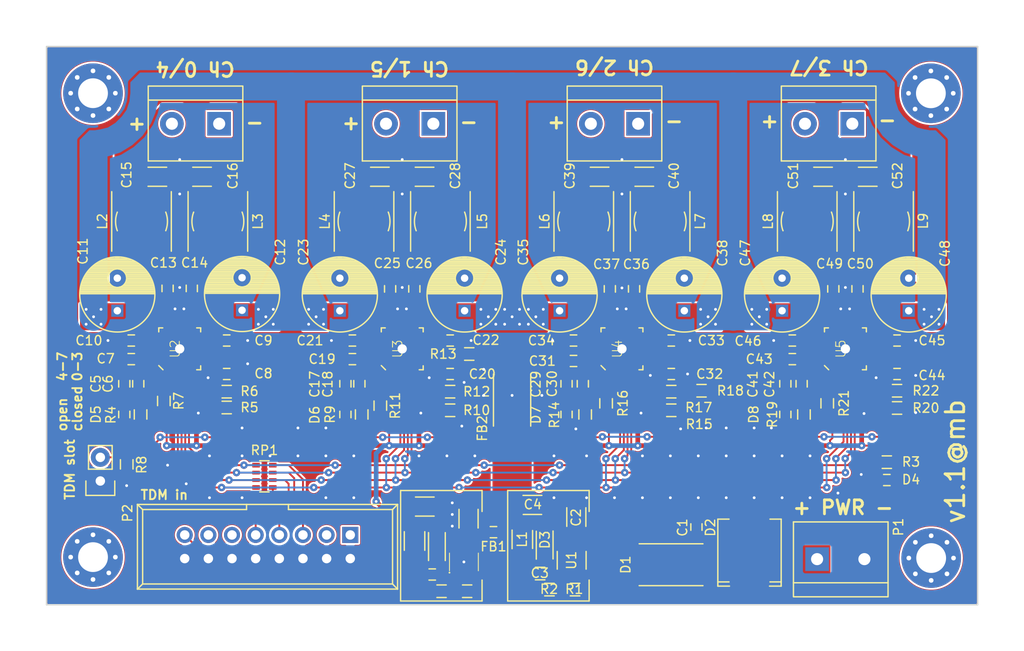
<source format=kicad_pcb>
(kicad_pcb (version 20240108) (generator "pcbnew") (generator_version "8.0")
  (layers (0 "F.Cu" signal) (31 "B.Cu" signal) (34 "B.Paste" user) (35 "F.Paste" user) (36 "B.SilkS" user "B.Silkscreen") (37 "F.SilkS" user "F.Silkscreen") (38 "B.Mask" user) (39 "F.Mask" user) (44 "Edge.Cuts" user))
  (net 0 "")
  (net 1 "GND")
  (net 2 "Net-(D1-A)")
  (net 3 "Net-(U1-SHDN)")
  (net 4 "Net-(D3-K)")
  (net 5 "+3V3")
  (net 6 "VCC")
  (net 7 "Net-(U1-CB)")
  (net 8 "unconnected-(U2-VREF_N-Pad1)")
  (net 9 "VIN")
  (net 10 "unconnected-(U2-VREG-Pad31)")
  (net 11 "unconnected-(U2-VCOM-Pad32)")
  (net 12 "unconnected-(U2-GVDD-Pad30)")
  (net 13 "unconnected-(U2-BST_P-Pad23)")
  (net 14 "Net-(U2-OUT_P-Pad24)")
  (net 15 "unconnected-(U2-BST_N-Pad18)")
  (net 16 "Net-(U2-OUT_N-Pad16)")
  (net 17 "unconnected-(U3-VREG-Pad31)")
  (net 18 "unconnected-(U3-VREF_N-Pad1)")
  (net 19 "unconnected-(U3-VCOM-Pad32)")
  (net 20 "SDATA")
  (net 21 "LRCLK")
  (net 22 "BCLK")
  (net 23 "MCLK")
  (net 24 "ADRESS")
  (net 25 "unconnected-(U3-GVDD-Pad30)")
  (net 26 "Net-(U3-OUT_P-Pad24)")
  (net 27 "unconnected-(U3-BST_P-Pad23)")
  (net 28 "Net-(U3-OUT_N-Pad16)")
  (net 29 "unconnected-(U3-BST_N-Pad18)")
  (net 30 "unconnected-(U4-VREG-Pad31)")
  (net 31 "unconnected-(U4-VREF_N-Pad1)")
  (net 32 "unconnected-(U4-VCOM-Pad32)")
  (net 33 "unconnected-(U4-GVDD-Pad30)")
  (net 34 "unconnected-(U4-BST_P-Pad23)")
  (net 35 "Net-(U4-OUT_P-Pad24)")
  (net 36 "Net-(U4-OUT_N-Pad16)")
  (net 37 "unconnected-(U4-BST_N-Pad18)")
  (net 38 "unconnected-(U5-VREF_N-Pad1)")
  (net 39 "unconnected-(U5-VREG-Pad31)")
  (net 40 "unconnected-(U5-VCOM-Pad32)")
  (net 41 "unconnected-(U5-GVDD-Pad30)")
  (net 42 "Net-(U5-OUT_P-Pad24)")
  (net 43 "unconnected-(U5-BST_P-Pad23)")
  (net 44 "unconnected-(U5-BST_N-Pad18)")
  (net 45 "Net-(U5-OUT_N-Pad16)")
  (net 46 "Net-(D4-A)")
  (net 47 "Net-(U2-FAULTZ)")
  (net 48 "Net-(U3-FAULTZ)")
  (net 49 "Net-(U4-FAULTZ)")
  (net 50 "Net-(U5-FAULTZ)")
  (net 52 "Net-(P2-MCLK)")
  (net 53 "Net-(P2-BCLK)")
  (net 55 "Net-(P2-MDO)")
  (net 58 "Net-(P2-LRCLK)")
  (net 59 "Net-(U1-FB)")
  (net 60 "unconnected-(U2-SCL-Pad8)")
  (net 61 "unconnected-(U2-SDA-Pad9)")
  (net 62 "unconnected-(U3-SCL-Pad8)")
  (net 63 "unconnected-(U3-SDA-Pad9)")
  (net 64 "unconnected-(U3-ADR0-Pad13)")
  (net 65 "unconnected-(U4-SCL-Pad8)")
  (net 66 "unconnected-(U4-SDA-Pad9)")
  (net 67 "unconnected-(U4-ADR0-Pad13)")
  (net 68 "unconnected-(U5-SCL-Pad8)")
  (net 69 "unconnected-(U5-SDA-Pad9)")
  (footprint "fdsp_capacitor:C_0603" (layer "F.Cu") (at 133.951472 121.298529 -90)
    (property "Reference" "C1")
    (property "Value" "100n/50V")
  )
  (footprint "fdsp_capacitor:C_1206" (layer "F.Cu") (at 109.476473 120.398529 -90)
    (property "Reference" "C2")
    (property "Value" "10u/35V")
  )
  (footprint "fdsp_capacitor:C_0603" (layer "F.Cu") (at 105.576473 126.398529 180)
    (property "Reference" "C3")
    (property "Value" "100n/50V")
  )
  (footprint "fdsp_capacitor:C_1206" (layer "F.Cu") (at 104.776472 119.098529 180)
    (property "Reference" "C4")
    (property "Value" "22u/10V")
  )
  (footprint "fdsp_capacitor:C_0603" (layer "F.Cu") (at 72.5 105.898529 -90)
    (property "Reference" "C5")
    (property "Value" "1u/16V")
  )
  (footprint "fdsp_capacitor:C_0603" (layer "F.Cu") (at 74 105.898529 -90)
    (property "Reference" "C6")
    (property "Value" "1u/16V")
  )
  (footprint "fdsp_capacitor:C_0603" (layer "F.Cu") (at 73.25 103.25)
    (property "Reference" "C7")
    (property "Value" "1u/16V")
  )
  (footprint "fdsp_capacitor:C_0603" (layer "F.Cu") (at 83.5 104.848529 180)
    (property "Reference" "C8")
    (property "Value" "1u/16V")
  )
  (footprint "fdsp_capacitor:C_0603" (layer "F.Cu") (at 83.5 101.248529)
    (property "Reference" "C9")
    (property "Value" "100n/50V")
  )
  (footprint "fdsp_capacitor:C_0603" (layer "F.Cu") (at 73.25 101.248528 180)
    (property "Reference" "C10")
    (property "Value" "100n/50V")
  )
  (footprint "fdsp_capacitor:C_Radial_D8_L11.5_P3.5" (layer "F.Cu") (at 71.751472 98.048529 90)
    (property "Reference" "C11")
    (property "Value" "100u/35V")
  )
  (footprint "fdsp_capacitor:C_Radial_D8_L11.5_P3.5" (layer "F.Cu") (at 85.151473 97.998528 90)
    (property "Reference" "C12")
    (property "Value" "100u/35V")
  )
  (footprint "fdsp_capacitor:C_0603" (layer "F.Cu") (at 77.151472 95.648529 90)
    (property "Reference" "C13")
    (property "Value" "220n/25V")
  )
  (footprint "fdsp_capacitor:C_0603" (layer "F.Cu") (at 79.751473 95.648529 -90)
    (property "Reference" "C14")
    (property "Value" "220n/25V")
  )
  (footprint "fdsp_diode:PowerDI5" (layer "F.Cu") (at 130.151472 125.348529 -90)
    (property "Reference" "D1")
    (property "Value" "SBR10E45P5")
  )
  (footprint "fdsp_diode:SMC" (layer "F.Cu") (at 139.651472 124.048529 90)
    (property "Reference" "D2")
    (property "Value" "5.0SMDJ28CA")
  )
  (footprint "fdsp_diode:SOD-123W" (layer "F.Cu") (at 106.076472 122.898529 90)
    (property "Reference" "D3")
    (property "Value" "PMEG6010ER")
  )
  (footprint "fdsp_capacitor:C_0603" (layer "F.Cu") (at 154.401472 116.24853)
    (property "Reference" "D4")
    (property "Value" "LED")
  )
  (footprint "fdsp_capacitor:C_0603" (layer "F.Cu") (at 72.5 109.198529 90)
    (property "Reference" "D5")
    (property "Value" "LED")
  )
  (footprint "fdsp_capacitor:C_0603" (layer "F.Cu") (at 112.151472 121.848529 180)
    (property "Reference" "FB1")
    (property "Value" "470")
  )
  (footprint "fdsp_capacitor:C_3312" (layer "F.Cu") (at 114.151472 107.648529 90)
    (property "Reference" "FB2")
    (property "Value" "115")
  )
  (footprint "fdsp_inductor:L_1207" (layer "F.Cu") (at 103.676472 122.798529 90)
    (property "Reference" "L1")
    (property "Value" "47u")
  )
  (footprint "fdsp_inductor:Choke_SMD_6.0x6.0" (layer "F.Cu") (at 74.351472 88.448529 90)
    (property "Reference" "L2")
    (property "Value" "15u")
  )
  (footprint "fdsp_inductor:Choke_SMD_6.0x6.0" (layer "F.Cu") (at 82.551473 88.448529 90)
    (property "Reference" "L3")
    (property "Value" "15u")
  )
  (footprint "fdsp_connector:RIACON101-2" (layer "F.Cu") (at 149.451472 124.748529)
    (property "Reference" "P1")
    (property "Value" "CONN_01X02")
  )
  (footprint "fdsp_connector:IDC_Header_Straight_16pins" (layer "F.Cu") (at 96.771473 122.148529 180)
    (property "Reference" "P2")
    (property "Value" "STDCONN")
  )
  (footprint "fdsp_connector:RIACON101-2" (layer "F.Cu") (at 80.151472 77.948528 180)
    (property "Reference" "P3" (hide yes))
    (property "Value" "CONN_01X02")
  )
  (footprint "fdsp_resistor:R_0603" (layer "F.Cu") (at 109.326472 128.198529 180)
    (property "Reference" "R1")
    (property "Value" "1k2")
  )
  (footprint "fdsp_resistor:R_0603" (layer "F.Cu") (at 106.576473 128.198529)
    (property "Reference" "R2")
    (property "Value" "3k4")
  )
  (footprint "fdsp_resistor:R_0603" (layer "F.Cu") (at 154.401472 114.323529 180)
    (property "Reference" "R3")
    (property "Value" "620")
  )
  (footprint "fdsp_resistor:R_0603" (layer "F.Cu") (at 74.25 109.198529 90)
    (property "Reference" "R4")
    (property "Value" "620")
  )
  (footprint "fdsp_resistor:R_0603" (layer "F.Cu") (at 83.5 108.448529 180)
    (property "Reference" "R5")
    (property "Value" "2k4")
  )
  (footprint "fdsp_resistor:R_0603" (layer "F.Cu") (at 83.5 106.75 180)
    (property "Reference" "R6")
    (property "Value" "2k4")
  )
  (footprint "fdsp_resistor:R_0603" (layer "F.Cu") (at 76.75 107.75 90)
    (property "Reference" "R7")
    (property "Value" "100k")
  )
  (footprint "fdsp_resistor:R_Array_Convex_4x0603" (layer "F.Cu") (at 87.551472 115.848528)
    (property "Reference" "RP1")
    (property "Value" "33")
  )
  (footprint "fdsp_housing:SOT23-6_1.7x3.0mm_Pitch0.95mm" (layer "F.Cu") (at 108.976472 125.048529 90)
    (property "Reference" "U1")
    (property "Value" "LM2841X")
  )
  (footprint "fdsp_capacitor:C_1206" (layer "F.Cu") (at 76.051472 83.648529 180)
    (property "Reference" "C15")
    (property "Value" "680n/50V")
  )
  (footprint "fdsp_capacitor:C_1206" (layer "F.Cu") (at 80.851473 83.648529)
    (property "Reference" "C16")
    (property "Value" "680n/50V")
  )
  (footprint "Library:VQFN-32-handsolder" (layer "F.Cu") (at 78.451472 102.148529 90)
    (property "Reference" "U2")
    (property "Value" "TAS5720M")
  )
  (footprint "fdsp_drillhole:Via_0.3mm_0.8mm" (layer "F.Cu") (at 78.451472 102.148529 90)
    (property "Reference" " " (hide yes))
    (property "Value" " " (hide yes))
  )
  (footprint "fdsp_drillhole:Via_0.3mm_0.8mm" (layer "F.Cu") (at 77.951472 97.848528 90)
    (property "Reference" " " (hide yes))
    (property "Value" " " (hide yes))
  )
  (footprint "fdsp_drillhole:Via_0.3mm_0.8mm" (layer "F.Cu") (at 78.901472 97.848529 90)
    (property "Reference" " " (hide yes))
    (property "Value" " " (hide yes))
  )
  (footprint "fdsp_drillhole:Via_0.3mm_0.8mm" (layer "F.Cu") (at 107.726472 118.698529 90)
    (property "Reference" " " (hide yes))
    (property "Value" " " (hide yes))
  )
  (footprint "fdsp_drillhole:Via_0.3mm_0.8mm" (layer "F.Cu") (at 107.726472 119.948529 90)
    (property "Reference" " " (hide yes))
    (property "Value" " " (hide yes))
  )
  (footprint "fdsp_drillhole:Via_0.3mm_0.8mm" (layer "F.Cu") (at 107.726472 121.198529 90)
    (property "Reference" " " (hide yes))
    (property "Value" " " (hide yes))
  )
  (footprint "fdsp_drillhole:Via_0.3mm_0.8mm" (layer "F.Cu") (at 108.976472 125.048529 90)
    (property "Reference" " " (hide yes))
    (property "Value" " " (hide yes))
  )
  (footprint "fdsp_drillhole:Via_0.3mm_0.8mm" (layer "F.Cu") (at 68.401473 99.498529 90)
    (property "Reference" " " (hide yes))
    (property "Value" " " (hide yes))
  )
  (footprint "fdsp_drillhole:Via_0.3mm_0.8mm" (layer "F.Cu") (at 68.401473 97.898529 90)
    (property "Reference" " " (hide yes))
    (property "Value" " " (hide yes))
  )
  (footprint "fdsp_drillhole:Via_0.3mm_0.8mm" (layer "F.Cu") (at 70.001473 99.498529 90)
    (property "Reference" " " (hide yes))
    (property "Value" " " (hide yes))
  )
  (footprint "fdsp_drillhole:Via_0.3mm_0.8mm" (layer "F.Cu") (at 70.001472 97.898529 90)
    (property "Reference" " " (hide yes))
    (property "Value" " " (hide yes))
  )
  (footprint "fdsp_drillhole:Via_0.3mm_0.8mm" (layer "F.Cu") (at 69.201473 98.698529 90)
    (property "Reference" " " (hide yes))
    (property "Value" " " (hide yes))
  )
  (footprint "fdsp_resistor:R_0603" (layer "F.Cu") (at 72.761472 114.558529 90)
    (property "Reference" "R8")
    (property "Value" "22k")
  )
  (footprint "fdsp_capacitor:C_0603" (layer "F.Cu") (at 120 105.898529 -90)
    (property "Reference" "C29")
    (property "Value" "1u/16V")
  )
  (footprint "fdsp_capacitor:C_0603" (layer "F.Cu") (at 121.75 105.898528 -90)
    (property "Reference" "C30")
    (property "Value" "1u/16V")
  )
  (footprint "fdsp_capacitor:C_0603" (layer "F.Cu") (at 120.75 103.448529)
    (property "Reference" "C31")
    (property "Value" "1u/16V")
  )
  (footprint "fdsp_capacitor:C_0603" (layer "F.Cu") (at 131.25 104.848529 180)
    (property "Reference" "C32")
    (property "Value" "1u/16V")
  )
  (footprint "fdsp_capacitor:C_0603" (layer "F.Cu") (at 131.25 101.25)
    (property "Reference" "C33")
    (property "Value" "100n/50V")
  )
  (footprint "fdsp_capacitor:C_0603" (layer "F.Cu") (at 120.75 101.25 180)
    (property "Reference" "C34")
    (property "Value" "100n/50V")
  )
  (footprint "fdsp_capacitor:C_Radial_D8_L11.5_P3.5" (layer "F.Cu") (at 119.251472 98.048529 90)
    (property "Reference" "C35")
    (property "Value" "100u/35V")
  )
  (footprint "fdsp_capacitor:C_Radial_D8_L11.5_P3.5" (layer "F.Cu") (at 132.651472 98.048529 90)
    (property "Reference" "C36")
    (property "Value" "100u/35V")
  )
  (footprint "fdsp_capacitor:C_0603" (layer "F.Cu") (at 124.651472 95.698529 90)
    (property "Reference" "C37")
    (property "Value" "220n/25V")
  )
  (footprint "fdsp_capacitor:C_0603" (layer "F.Cu") (at 127.251473 95.698529 -90)
    (property "Reference" "C38")
    (property "Value" "220n/25V")
  )
  (footprint "fdsp_capacitor:C_1206" (layer "F.Cu") (at 123.551472 83.648529 180)
    (property "Reference" "C39")
    (property "Value" "680n/50V")
  )
  (footprint "fdsp_capacitor:C_1206" (layer "F.Cu") (at 128.351473 83.648529)
    (property "Reference" "C40")
    (property "Value" "680n/50V")
  )
  (footprint "fdsp_capacitor:C_0603" (layer "F.Cu") (at 120 109.198529 90)
    (property "Reference" "D7")
    (property "Value" "LED")
  )
  (footprint "fdsp_inductor:Choke_SMD_6.0x6.0" (layer "F.Cu") (at 121.851472 88.448529 90)
    (property "Reference" "L6")
    (property "Value" "15u")
  )
  (footprint "fdsp_inductor:Choke_SMD_6.0x6.0" (layer "F.Cu") (at 130.051473 88.448529 90)
    (property "Reference" "L7")
    (property "Value" "15u")
  )
  (footprint "fdsp_connector:RIACON101-2" (layer "F.Cu") (at 125.151472 77.948528 180)
    (property "Reference" "P5" (hide yes))
    (property "Value" "CONN_01X02")
  )
  (footprint "fdsp_resistor:R_0603" (layer "F.Cu") (at 122 109.198529 90)
    (property "Reference" "R14")
    (property "Value" "620")
  )
  (footprint "fdsp_resistor:R_0603" (layer "F.Cu") (at 131.25 108.75 180)
    (property "Reference" "R15")
    (property "Value" "2k4")
  )
  (footprint "fdsp_resistor:R_0603" (layer "F.Cu") (at 124.25 108 90)
    (property "Reference" "R16")
    (property "Value" "100k")
  )
  (footprint "fdsp_resistor:R_0603" (layer "F.Cu") (at 131.25 106.75 180)
    (property "Reference" "R17")
    (property "Value" "2k4")
  )
  (footprint "fdsp_resistor:R_0603" (layer "F.Cu") (at 134.5 106.648529 180)
    (property "Reference" "R18")
    (property "Value" "22k")
  )
  (footprint "Library:VQFN-32-handsolder" (layer "F.Cu") (at 125.951472 102.148529 90)
    (property "Reference" "U4")
    (property "Value" "TAS5720M")
  )
  (footprint "fdsp_capacitor:C_0603" (layer "F.Cu") (at 96.25 105.898529 -90)
    (property "Reference" "C17")
    (property "Value" "1u/16V")
  )
  (footprint "fdsp_capacitor:C_0603" (layer "F.Cu") (at 97.75 105.898528 -90)
    (property "Reference" "C18")
    (property "Value" "1u/16V")
  )
  (footprint "fdsp_capacitor:C_0603" (layer "F.Cu") (at 97 103.25)
    (property "Reference" "C19")
    (property "Value" "1u/16V")
  )
  (footprint "fdsp_capacitor:C_0603" (layer "F.Cu") (at 107.5 104.848529 180)
    (property "Reference" "C20")
    (property "Value" "1u/16V")
  )
  (footprint "fdsp_capacitor:C_0603" (layer "F.Cu") (at 97 101.25 180)
    (property "Reference" "C21")
    (property "Value" "100n/50V")
  )
  (footprint "fdsp_capacitor:C_0603" (layer "F.Cu") (at 107.5 101.25)
    (property "Reference" "C22")
    (property "Value" "100n/50V")
  )
  (footprint "fdsp_capacitor:C_Radial_D8_L11.5_P3.5" (layer "F.Cu") (at 95.651472 98.048529 90)
    (property "Reference" "C23")
    (property "Value" "100u/35V")
  )
  (footprint "fdsp_capacitor:C_Radial_D8_L11.5_P3.5" (layer "F.Cu") (at 109.051472 98.048529 90)
    (property "Reference" "C24")
    (property "Value" "100u/35V")
  )
  (footprint "fdsp_capacitor:C_0603" (layer "F.Cu") (at 101.051472 95.698529 90)
    (property "Reference" "C25")
    (property "Value" "220n/25V")
  )
  (footprint "fdsp_capacitor:C_0603" (layer "F.Cu") (at 103.651473 95.698529 -90)
    (property "Reference" "C26")
    (property "Value" "220n/25V")
  )
  (footprint "fdsp_capacitor:C_1206" (layer "F.Cu") (at 99.951472 83.648529 180)
    (property "Reference" "C27")
    (property "Value" "680n/50V")
  )
  (footprint "fdsp_capacitor:C_1206" (layer "F.Cu") (at 104.751473 83.648529)
    (property "Reference" "C28")
    (property "Value" "680n/50V")
  )
  (footprint "fdsp_capacitor:C_0603" (layer "F.Cu") (at 96.25 109.198529 90)
    (property "Reference" "D6")
    (property "Value" "LED")
  )
  (footprint "fdsp_inductor:Choke_SMD_6.0x6.0" (layer "F.Cu") (at 98.251472 88.448529 90)
    (property "Reference" "L4")
    (property "Value" "15u")
  )
  (footprint "fdsp_inductor:Choke_SMD_6.0x6.0" (layer "F.Cu") (at 106.451473 88.448529 90)
    (property "Reference" "L5")
    (property "Value" "15u")
  )
  (footprint "fdsp_drillhole:Via_0.3mm_0.8mm" (layer "F.Cu") (at 158.401472 97.898529 90)
    (property "Reference" " " (hide yes))
    (property "Value" " " (hide yes))
  )
  (footprint "fdsp_drillhole:Via_0.3mm_0.8mm" (layer "F.Cu") (at 159.201472 98.698529 90)
    (property "Reference" " " (hide yes))
    (property "Value" " " (hide yes))
  )
  (footprint "fdsp_drillhole:Via_0.3mm_0.8mm" (layer "F.Cu") (at 160.001472 99.498529 90)
    (property "Reference" " " (hide yes))
    (property "Value" " " (hide yes))
  )
  (footprint "fdsp_drillhole:Via_0.3mm_0.8mm" (layer "F.Cu") (at 158.401472 99.498529 90)
    (property "Reference" " " (hide yes))
    (property "Value" " " (hide yes))
  )
  (footprint "fdsp_drillhole:Via_0.3mm_0.8mm" (layer "F.Cu") (at 160.001472 97.898529 90)
    (property "Reference" " " (hide yes))
    (property "Value" " " (hide yes))
  )
  (footprint "fdsp_drillhole:Via_0.3mm_0.8mm" (layer "F.Cu") (at 157.5 101.248529 90)
    (property "Reference" " " (hide yes))
    (property "Value" " " (hide yes))
  )
  (footprint "fdsp_drillhole:Via_0.3mm_0.8mm" (layer "F.Cu") (at 150.401473 97.848529 90)
    (property "Reference" " " (hide yes))
    (property "Value" " " (hide yes))
  )
  (footprint "fdsp_drillhole:Via_0.3mm_0.8mm" (layer "F.Cu") (at 149.951473 81.798529 90)
    (property "Reference" " " (hide yes))
    (property "Value" " " (hide yes))
  )
  (footprint "fdsp_drillhole:Via_0.3mm_0.8mm" (layer "F.Cu") (at 149.951473 85.498529 90)
    (property "Reference" " " (hide yes))
    (property "Value" " " (hide yes))
  )
  (footprint "fdsp_drillhole:Via_0.3mm_0.8mm" (layer "F.Cu") (at 149.451472 97.848528 90)
    (property "Reference" " " (hide yes))
    (property "Value" " " (hide yes))
  )
  (footprint "fdsp_drillhole:Via_0.3mm_0.8mm" (layer "F.Cu") (at 149.951473 102.148529 90)
    (property "Reference" " " (hide yes))
    (property "Value" " " (hide yes))
  )
  (footprint "fdsp_drillhole:Via_0.3mm_0.8mm" (layer "F.Cu") (at 142.25 101.248529 90)
    (property "Reference" " " (hide yes))
    (property "Value" " " (hide yes))
  )
  (footprint "fdsp_drillhole:Via_0.3mm_0.8mm" (layer "F.Cu") (at 140.701472 98.69853 90)
    (property "Reference" " " (hide yes))
    (property "Value" " " (hide yes))
  )
  (footprint "fdsp_drillhole:Via_0.3mm_0.8mm" (layer "F.Cu") (at 139.901473 99.498529 90)
    (property "Reference" " " (hide yes))
    (property "Value" " " (hide yes))
  )
  (footprint "fdsp_drillhole:Via_0.3mm_0.8mm" (layer "F.Cu") (at 139.901472 97.898529 90)
    (property "Reference" " " (hide yes))
    (property "Value" " " (hide yes))
  )
  (footprint "fdsp_drillhole:Via_0.3mm_0.8mm" (layer "F.Cu") (at 141.501472 97.898529 90)
    (property "Reference" " " (hide yes))
    (property "Value" " " (hide yes))
  )
  (footprint "fdsp_drillhole:Via_0.3mm_0.8mm" (layer "F.Cu") (at 141.501472 99.498529 90)
    (property "Reference" " " (hide yes))
    (property "Value" " " (hide yes))
  )
  (footprint "Library:VQFN-32-handsolder" (layer "F.Cu") (at 102.351472 102.148529 90)
    (property "Reference" "U3")
    (property "Value" "TAS5720M")
  )
  (footprint "fdsp_drillhole:Via_0.3mm_0.8mm" (layer "F.Cu") (at 78.451472 81.798529 90)
    (property "Reference" " " (hide yes))
    (property "Value" " " (hide yes))
  )
  (footprint "fdsp_drillhole:Via_0.3mm_0.8mm" (layer "F.Cu") (at 78.451472 85.498529 90)
    (property "Reference" " " (hide yes))
    (property "Value" " " (hide yes))
  )
  (footprint "fdsp_drillhole:Via_0.3mm_0.8mm" (layer "F.Cu") (at 86.901472 97.898529 90)
    (property "Reference" " " (hide yes))
    (property "Value" " " (hide yes))
  )
  (footprint "fdsp_drillhole:Via_0.3mm_0.8mm" (layer "F.Cu") (at 88.501472 99.498529 90)
    (property "Reference" " " (hide yes))
    (property "Value" " " (hide yes))
  )
  (footprint "fdsp_drillhole:Via_0.3mm_0.8mm" (layer "F.Cu") (at 88.501472 97.898529 90)
    (property "Reference" " " (hide yes))
    (property "Value" " " (hide yes))
  )
  (footprint "fdsp_drillhole:Via_0.3mm_0.8mm" (layer "F.Cu") (at 86.901472 99.498529 90)
    (property "Reference" " " (hide yes))
    (property "Value" " " (hide yes))
  )
  (footprint "fdsp_drillhole:Via_0.3mm_0.8mm" (layer "F.Cu") (at 87.701472 98.698529 90)
    (property "Reference" " " (hide yes))
    (property "Value" " " (hide yes))
  )
  (footprint "fdsp_capacitor:C_0603" (layer "F.Cu") (at 143.5 105.898529 -90)
    (property "Reference" "C41")
    (property "Value" "1u/16V")
  )
  (footprint "fdsp_capacitor:C_0603" (layer "F.Cu") (at 145.25 105.898529 -90)
    (property "Reference" "C42")
    (property "Value" "1u/16V")
  )
  (footprint "fdsp_capacitor:C_0603" (layer "F.Cu") (at 144.25 103.25)
    (property "Reference" "C43")
    (property "Value" "1u/16V")
  )
  (footprint "fdsp_capacitor:C_0603" (layer "F.Cu") (at 155.5 104.848529 180)
    (property "Reference" "C44")
    (property "Value" "1u/16V")
  )
  (footprint "fdsp_capacitor:C_0603" (layer "F.Cu") (at 155.5 101.25)
    (property "Reference" "C45")
    (property "Value" "100n/50V")
  )
  (footprint "fdsp_capacitor:C_0603" (layer "F.Cu") (at 144.25 101.25 180)
    (property "Reference" "C46")
    (property "Value" "100n/50V")
  )
  (footprint "fdsp_capacitor:C_Radial_D8_L11.5_P3.5" (layer "F.Cu") (at 143.151473 98.048529 90)
    (property "Reference" "C47")
    (property "Value" "100u/35V")
  )
  (footprint "fdsp_capacitor:C_Radial_D8_L11.5_P3.5" (layer "F.Cu") (at 156.751472 98.048529 90)
    (property "Reference" "C48")
    (property "Value" "100u/35V")
  )
  (footprint "fdsp_capacitor:C_0603" (layer "F.Cu") (at 148.651472 95.698529 90)
    (property "Reference" "C49")
    (property "Value" "220n/25V")
  )
  (footprint "fdsp_capacitor:C_0603" (layer "F.Cu") (at 151.251472 95.698529 -90)
    (property "Reference" "C50")
    (property "Value" "220n/25V")
  )
  (footprint "fdsp_capacitor:C_1206" (layer "F.Cu") (at 147.551472 83.648529 180)
    (property "Reference" "C51")
    (property "Value" "680n/50V")
  )
  (footprint "fdsp_capacitor:C_1206" (layer "F.Cu") (at 152.351473 83.648529)
    (property "Reference" "C52")
    (property "Value" "680n/50V")
  )
  (footprint "fdsp_capacitor:C_0603" (layer "F.Cu") (at 143.5 109.198529 90)
    (property "Reference" "D8")
    (property "Value" "LED")
  )
  (footprint "fdsp_inductor:Choke_SMD_6.0x6.0" (layer "F.Cu") (at 145.851472 88.448529 90)
    (property "Reference" "L8")
    (property "Value" "15u")
  )
  (footprint "fdsp_inductor:Choke_SMD_6.0x6.0" (layer "F.Cu") (at 154.051473 88.448529 90)
    (property "Reference" "L9")
    (property "Value" "15u")
  )
  (footprint "fdsp_connector:RIACON101-2" (layer "F.Cu") (at 148.151472 77.948528 180)
    (property "Reference" "P6" (hide yes))
    (property "Value" "CONN_01X02")
  )
  (footprint "fdsp_resistor:R_0603" (layer "F.Cu") (at 145.5 109.198529 90)
    (property "Reference" "R19")
    (property "Value" "620")
  )
  (footprint "fdsp_resistor:R_0603" (layer "F.Cu") (at 155.5 108.5 180)
    (property "Reference" "R20")
    (property "Value" "2k4")
  )
  (footprint "fdsp_resistor:R_0603" (layer "F.Cu") (at 148 108 90)
    (property "Reference" "R21")
    (property "Value" "100k")
  )
  (footprint "fdsp_resistor:R_0603" (layer "F.Cu") (at 155.5 106.648529 180)
    (property "Reference" "R22")
    (property "Value" "2k4")
  )
  (footprint "fdsp_drillhole:Via_0.3mm_0.8mm" (layer "F.Cu") (at 102.351472 102.148529 90)
    (property "Reference" " " (hide yes))
    (property "Value" " " (hide yes))
  )
  (footprint "fdsp_drillhole:Via_0.3mm_0.8mm" (layer "F.Cu") (at 112.401472 97.898529 90)
    (property "Reference" " " (hide yes))
    (property "Value" " " (hide yes))
  )
  (footprint "fdsp_drillhole:Via_0.3mm_0.8mm" (layer "F.Cu") (at 110.801472 99.498529 90)
    (property "Reference" " " (hide yes))
    (property "Value" " " (hide yes))
  )
  (footprint "fdsp_drillhole:Via_0.3mm_0.8mm" (layer "F.Cu") (at 112.401472 99.498529 90)
    (property "Reference" " " (hide yes))
    (property "Value" " " (hide yes))
  )
  (footprint "fdsp_drillhole:Via_0.3mm_0.8mm" (layer "F.Cu") (at 110.801472 97.898529 90)
    (property "Reference" " " (hide yes))
    (property "Value" " " (hide yes))
  )
  (footprint "fdsp_drillhole:Via_0.3mm_0.8mm" (layer "F.Cu") (at 111.601472 98.698529 90)
    (property "Reference" " " (hide yes))
    (property "Value" " " (hide yes))
  )
  (footprint "Library:VQFN-32-handsolder" (layer "F.Cu") (at 149.951473 102.148529 90)
    (property "Reference" "U5")
    (property "Value" "TAS5720M")
  )
  (footprint "fdsp_drillhole:Via_0.3mm_0.8mm" (layer "F.Cu") (at 93.901473 99.498529 90)
    (property "Reference" " " (hide yes))
    (property "Value" " " (hide yes))
  )
  (footprint "fdsp_drillhole:Via_0.3mm_0.8mm" (layer "F.Cu") (at 102.801472 97.848529 90)
    (property "Reference" " " (hide yes))
    (property "Value" " " (hide yes))
  )
  (footprint "fdsp_drillhole:Via_0.3mm_0.8mm" (layer "F.Cu") (at 101.851472 97.848528 90)
    (property "Reference" " " (hide yes))
    (property "Value" " " (hide yes))
  )
  (footprint "fdsp_drillhole:Via_0.3mm_0.8mm" (layer "F.Cu") (at 93.901473 97.898529 90)
    (property "Reference" " " (hide yes))
    (property "Value" " " (hide yes))
  )
  (footprint "fdsp_drillhole:Via_0.3mm_0.8mm" (layer "F.Cu") (at 102.351472 85.498529 90)
    (property "Reference" " " (hide yes))
    (property "Value" " " (hide yes))
  )
  (footprint "fdsp_drillhole:Via_0.3mm_0.8mm" (layer "F.Cu") (at 92.301473 99.498529 90)
    (property "Reference" " " (hide yes))
    (property "Value" " " (hide yes))
  )
  (footprint "fdsp_drillhole:Via_0.3mm_0.8mm" (layer "F.Cu") (at 92.301473 97.898529 90)
    (property "Reference" " " (hide yes))
    (property "Value" " " (hide yes))
  )
  (footprint "fdsp_drillhole:Via_0.3mm_0.8mm" (layer "F.Cu") (at 93.101473 98.698529 90)
    (property "Reference" " " (hide yes))
    (property "Value" " " (hide yes))
  )
  (footprint "fdsp_drillhole:Via_0.3mm_0.8mm" (layer "F.Cu") (at 102.351472 81.798529 90)
    (property "Reference" " " (hide yes))
    (property "Value" " " (hide yes))
  )
  (footprint "fdsp_drillhole:Via_0.3mm_0.8mm" (layer "F.Cu") (at 85.75 101.25 90)
    (property "Reference" " " (hide yes))
    (property "Value" " " (hide yes))
  )
  (footprint "fdsp_drillhole:Via_0.3mm_0.8mm" (layer "F.Cu") (at 70.75 101.248528 90)
    (property "Reference" " " (hide yes))
    (property "Value" " " (hide yes))
  )
  (footprint "fdsp_drillhole:Via_0.3mm_0.8mm" (layer "F.Cu") (at 94.75 101.25 90)
    (property "Reference" " " (hide yes))
    (property "Value" " " (hide yes))
  )
  (footprint "fdsp_drillhole:Via_0.3mm_0.8mm" (layer "F.Cu") (at 109.75 101.25 90)
    (property "Reference" " " (hide yes))
    (property "Value" " " (hide yes))
  )
  (footprint "fdsp_drillhole:Via_0.3mm_0.8mm" (layer "F.Cu") (at 117.501473 99.498529 90)
    (property "Reference" " " (hide yes))
    (property "Value" " " (hide yes))
  )
  (footprint "fdsp_drillhole:Via_0.3mm_0.8mm" (layer "F.Cu") (at 118.5 101.25 90)
    (property "Reference" " " (hide yes))
    (property "Value" " " (hide yes))
  )
  (footprint "fdsp_drillhole:Via_0.3mm_0.8mm" (layer "F.Cu") (at 134.401472 97.898529 90)
    (property "Reference" " " (hide yes))
    (property "Value" " " (hide yes))
  )
  (footprint "fdsp_drillhole:Via_0.3mm_0.8mm" (layer "F.Cu") (at 134.401472 99.498529 90)
    (property "Reference" " " (hide yes))
    (property "Value" " " (hide yes))
  )
  (footprint "fdsp_drillhole:Via_0.3mm_0.8mm" (layer "F.Cu") (at 136.001472 99.498529 90)
    (property "Reference" " " (hide yes))
    (property "Value" " " (hide yes))
  )
  (footprint "fdsp_drillhole:Via_0.3mm_0.8mm" (layer "F.Cu") (at 136.001472 97.898529 90)
    (property "Reference" " " (hide yes))
    (property "Value" " " (hide yes))
  )
  (footprint "fdsp_drillhole:Via_0.3mm_0.8mm" (layer "F.Cu") (at 135.201472 98.698529 90)
    (property "Reference" " " (hide yes))
    (property "Value" " " (hide yes))
  )
  (footprint "fdsp_drillhole:Via_0.3mm_0.8mm" (layer "F.Cu") (at 115.901472 97.898529 90)
    (property "Reference" " " (hide yes))
    (property "Value" " " (hide yes))
  )
  (footprint "fdsp_drillhole:Via_0.3mm_0.8mm" (layer "F.Cu") (at 115.901472 99.498529 90)
    (property "Reference" " " (hide yes))
    (property "Value" " " (hide yes))
  )
  (footprint "fdsp_drillhole:Via_0.3mm_0.8mm" (layer "F.Cu") (at 117.501473 97.898529 90)
    (property "Reference" " " (hide yes))
    (property "Value" " " (hide yes))
  )
  (footprint "fdsp_drillhole:Via_0.3mm_0.8mm" (layer "F.Cu") (at 116.701473 98.698529 90)
    (property "Reference" " " (hide yes))
    (property "Value" " " (hide yes))
  )
  (footprint "fdsp_drillhole:Via_0.3mm_0.8mm" (layer "F.Cu") (at 125.951472 102.148529 90)
    (property "Reference" " " (hide yes))
    (property "Value" " " (hide yes))
  )
  (footprint "fdsp_drillhole:Via_0.3mm_0.8mm" (layer "F.Cu") (at 133.25 101.25 90)
    (property "Reference" " " (hide yes))
    (property "Value" " " (hide yes))
  )
  (footprint "fdsp_drillhole:Via_0.3mm_0.8mm" (layer "F.Cu") (at 125.451472 97.848528 90)
    (property "Reference" " " (hide yes))
    (property "Value" " " (hide yes))
  )
  (footprint "fdsp_drillhole:Via_0.3mm_0.8mm" (layer "F.Cu") (at 114.151472 98.69853 90)
    (property "Reference" " " (hide yes))
    (property "Value" " " (hide yes))
  )
  (footprint "fdsp_drillhole:Via_0.3mm_0.8mm" (layer "F.Cu") (at 126.401472 97.848529 90)
    (property "Reference" " " (hide yes))
    (property "Value" " " (hide yes))
  )
  (footprint "fdsp_drillhole:Via_0.3mm_0.8mm" (layer "F.Cu") (at 113.351472 97.898529 90)
    (property "Reference" " " (hide yes))
    (property "Value" " " (hide yes))
  )
  (footprint "fdsp_drillhole:Via_0.3mm_0.8mm" (layer "F.Cu") (at 125.951472 85.498529 90)
    (property "Reference" " " (hide yes))
    (property "Value" " " (hide yes))
  )
  (footprint "fdsp_drillhole:Via_0.3mm_0.8mm" (layer "F.Cu") (at 114.951472 99.498529 90)
    (property "Reference" " " (hide yes))
    (property "Value" " " (hide yes))
  )
  (footprint "fdsp_drillhole:Via_0.3mm_0.8mm" (layer "F.Cu") (at 125.951472 81.798529 90)
    (property "Reference" " " (hide yes))
    (property "Value" " " (hide yes))
  )
  (footprint "fdsp_drillhole:Via_0.3mm_0.8mm" (layer "F.Cu") (at 113.351473 99.498529 90)
    (property "Reference" " " (hide yes))
    (property "Value" " " (hide yes))
  )
  (footprint "fdsp_drillhole:Via_0.3mm_0.8mm" (layer "F.Cu") (at 114.951472 97.898529 90)
    (property "Reference" " " (hide yes))
    (property "Value" " " (hide yes))
  )
  (footprint "fdsp_drillhole:Via_0.3mm_0.8mm" (layer "F.Cu") (at 85.75 103.75 90)
    (property "Reference" " " (hide yes))
    (property "Value" " " (hide yes))
  )
  (footprint "fdsp_drillhole:Via_0.3mm_0.8mm" (layer "F.Cu") (at 109 105.75 90)
    (property "Reference" " " (hide yes))
    (property "Value" " " (hide yes))
  )
  (footprint "fdsp_drillhole:Via_0.3mm_0.8mm" (layer "F.Cu") (at 133 104.848529 90)
    (property "Reference" " " (hide yes))
    (property "Value" " " (hide yes))
  )
  (footprint "fdsp_drillhole:Via_0.3mm_0.8mm" (layer "F.Cu") (at 157.5 105 90)
    (property "Reference" " " (hide yes))
    (property "Value" " " (hide yes))
  )
  (footprint "fdsp_drillhole:Via_0.3mm_0.8mm" (layer "F.Cu") (at 128.151472 113.648529 90)
    (property "Reference" " " (hide yes))
    (property "Value" " " (hide yes))
  )
  (footprint "fdsp_drillhole:Via_0.3mm_0.8mm" (layer "F.Cu") (at 131.151472 113.648529 90)
    (property "Reference" " " (hide yes))
    (property "Value" " " (hide yes))
  )
  (footprint "fdsp_drillhole:Via_0.3mm_0.8mm" (layer "F.Cu") (at 134.151473 113.648529 90)
    (property "Reference" " " (hide yes))
    (property "Value" " " (hide yes))
  )
  (footprint "fdsp_drillhole:Via_0.3mm_0.8mm" (layer "F.Cu") (at 137.151472 113.648529 90)
    (property "Reference" " " (hide yes))
    (property "Value" " " (hide yes))
  )
  (footprint "fdsp_drillhole:Via_0.3mm_0.8mm" (layer "F.Cu") (at 140.151472 113.648529 90)
    (property "Reference" " " (hide yes))
    (property "Value" " " (hide yes))
  )
  (footprint "fdsp_drillhole:Via_0.3mm_0.8mm" (layer "F.Cu") (at 143.151473 113.648529 90)
    (property "Reference" " " (hide yes))
    (property "Value" " " (hide yes))
  )
  (footprint "fdsp_drillhole:Via_0.3mm_0.8mm" (layer "F.Cu") (at 146.151472 113.648529 90)
    (property "Reference" " " (hide yes))
    (property "Value" " " (hide yes))
  )
  (footprint "fdsp_drillhole:Via_0.3mm_0.8mm" (layer "F.Cu") (at 122.151472 113.648529 90)
    (property "Reference" " " (hide yes))
    (property "Value" " " (hide yes))
  )
  (footprint "fdsp_drillhole:Via_0.3mm_0.8mm" (layer "F.Cu") (at 118.651472 113.648528 90)
    (property "Reference" " " (hide yes))
    (property "Value" " " (hide yes))
  )
  (footprint "fdsp_drillhole:Via_0.3mm_0.8mm" (layer "F.Cu") (at 110.151472 113.648529 90)
    (property "Reference" " " (hide yes))
    (property "Value" " " (hide yes))
  )
  (footprint "fdsp_drillhole:Via_0.3mm_0.8mm" (layer "F.Cu") (at 107.151472 113.648528 90)
    (property "Reference" " " (hide yes))
    (property "Value" " " (hide yes))
  )
  (footprint "fdsp_drillhole:Via_0.3mm_0.8mm" (layer "F.Cu") (at 104.151472 113.648529 90)
    (property "Reference" " " (hide yes))
    (property "Value" " " (hide yes))
  )
  (footprint "fdsp_drillhole:Via_0.3mm_0.8mm" (layer "F.Cu") (at 97.151473 113.648529 90)
    (property "Reference" " " (hide yes))
    (property "Value" " " (hide yes))
  )
  (footprint "fdsp_drillhole:Via_0.3mm_0.8mm" (layer "F.Cu") (at 94.151472 113.648529 90)
    (property "Reference" " " (hide yes))
    (property "Value" " " (hide yes))
  )
  (footprint "fdsp_drillhole:Via_0.3mm_0.8mm" (layer "F.Cu") (at 91.151472 113.648529 90)
    (property "Reference" " " (hide yes))
    (property "Value" " " (hide yes))
  )
  (footprint "fdsp_drillhole:Via_0.3mm_0.8mm" (layer "F.Cu") (at 131.151473 118.148529 90)
    (property "Reference" " " (hide yes))
    (property "Value" " " (hide yes))
  )
  (footprint "fdsp_drillhole:Via_0.3mm_0.8mm" (layer "F.Cu") (at 134.151472 118.148529 90)
    (property "Reference" " " (hide yes))
    (property "Value" " " (hide yes))
  )
  (footprint "fdsp_drillhole:Via_0.3mm_0.8mm" (layer "F.Cu") (at 143.151472 118.148529 90)
    (property "Reference" " " (hide yes))
    (property "Value" " " (hide yes))
  )
  (footprint "fdsp_drillhole:Via_0.3mm_0.8mm" (layer "F.Cu") (at 140.151473 118.148529 90)
    (property "Reference" " " (hide yes))
    (property "Value" " " (hide yes))
  )
  (footprint "fdsp_drillhole:Via_0.3mm_0.8mm" (layer "F.Cu") (at 137.151472 118.148528 90)
    (property "Reference" " " (hide yes))
    (property "Value" " " (hide yes))
  )
  (footprint "fdsp_drillhole:Via_0.3mm_0.8mm" (layer "F.Cu") (at 128.151472 118.148529 90)
    (property "Reference" " " (hide yes))
    (property "Value" " " (hide yes))
  )
  (footprint "fdsp_drillhole:Via_0.3mm_0.8mm" (layer "F.Cu") (at 146.151472 118.148528 90)
    (property "Reference" " " (hide yes))
    (property "Value" " " (hide yes))
  )
  (footprint "fdsp_drillhole:Via_0.3mm_0.8mm" (layer "F.Cu") (at 80.451472 109.048529 90)
    (property "Reference" " " (hide yes))
    (property "Value" " " (hide yes))
  )
  (footprint "fdsp_drillhole:Via_0.3mm_0.8mm" (layer "F.Cu") (at 104.351472 109.048529 90)
    (property "Reference" " " (hide yes))
    (property "Value" " " (hide yes))
  )
  (footprint "fdsp_drillhole:Via_0.3mm_0.8mm" (layer "F.Cu") (at 111.101472 104.348529 90)
    (property "Reference" " " (hide yes))
    (property "Value" " " (hide yes))
  )
  (footprint "fdsp_drillhole:Via_0.3mm_0.8mm" (layer "F.Cu") (at 128.001472 109.048529 90)
    (property "Reference" " " (hide yes))
    (property "Value" " " (hide yes))
  )
  (footprint "fdsp_drillhole:Via_0.3mm_0.8mm" (layer "F.Cu") (at 125.151472 118.148529 90)
    (property "Reference" " " (hide yes))
    (property "Value" " " (hide yes))
  )
  (footprint "fdsp_drillhole:Via_0.3mm_0.8mm" (layer "F.Cu") (at 122.151473 118.148529 90)
    (property "Reference" " " (hide yes))
    (property "Value" " " (hide yes))
  )
  (footprint "fdsp_drillhole:Via_0.3mm_0.8mm" (layer "F.Cu") (at 118.651472 118.148529 90)
    (property "Reference" " " (hide yes))
    (property "Value" " " (hide yes))
  )
  (footprint "fdsp_drillhole:Via_0.3mm_0.8mm" (layer "F.Cu") (at 149.151472 117.648529 90)
    (property "Reference" " " (hide yes))
    (property "Value" " " (hide yes))
  )
  (footprint "fdsp_drillhole:Via_0.3mm_0.8mm" (layer "F.Cu") (at 151.651473 115.648529 90)
    (property "Reference" " " (hide yes))
    (property "Value" " " (hide yes))
  )
  (footprint "fdsp_drillhole:Via_0.3mm_0.8mm" (layer "F.Cu") (at 151.951472 109.098529 90)
    (property "Reference" " " (hide yes))
    (property "Value" " " (hide yes))
  )
  (footprint "fdsp_drillhole:Via_0.3mm_0.8mm" (layer "F.Cu") (at 88.151473 113.648529 90)
    (property "Reference" " " (hide yes))
    (property "Value" " " (hide yes))
  )
  (footprint "fdsp_drillhole:Via_0.3mm_0.8mm" (layer "F.Cu") (at 85.151472 113.648529 90)
    (property "Reference" " " (hide yes))
    (property "Value" " " (hide yes))
  )
  (footprint "fdsp_drillhole:Via_0.3mm_0.8mm" (layer "F.Cu") (at 81.651473 113.648529 90)
    (property "Reference" " " (hide yes))
    (property "Value" " " (hide yes))
  )
  (footprint "fdsp_drillhole:Via_0.3mm_0.8mm" (layer "F.Cu") (at 85.151473 110.648529 90)
    (property "Reference" " " (hide yes))
    (property "Value" " " (hide yes))
  )
  (footprint "fdsp_drillhole:Via_0.3mm_0.8mm" (layer "F.Cu") (at 91.151472 110.648529 90)
    (property "Reference" " " (hide yes))
    (property "Value" " " (hide yes))
  )
  (footprint "fdsp_drillhole:Via_0.3mm_0.8mm" (layer "F.Cu") (at 94.151472 110.648529 90)
    (property "Reference" " " (hide yes))
    (property "Value" " " (hide yes))
  )
  (footprint "fdsp_drillhole:Via_0.3mm_0.8mm" (layer "F.Cu") (at 140.151473 110.648529 90)
    (property "Reference" " " (hide yes))
    (property "Value" " " (hide yes))
  )
  (footprint "fdsp_drillhole:Via_0.3mm_0.8mm" (layer "F.Cu") (at 142 110.648529 90)
    (property "Reference" " " (hide yes))
    (property "Value" " " (hide yes))
  )
  (footprint "fdsp_drillhole:Via_0.3mm_0.8mm" (layer "F.Cu") (at 137.151472 110.648529 90)
    (property "Reference" " " (hide yes))
    (property "Value" " " (hide yes))
  )
  (footprint "fdsp_drillhole:Via_0.3mm_0.8mm" (layer "F.Cu") (at 135 110.648529 90)
    (property "Reference" " " (hide yes))
    (property "Value" " " (hide yes))
  )
  (footprint "fdsp_drillhole:Via_0.3mm_0.8mm" (layer "F.Cu") (at 132.25 110.75 90)
    (property "Reference" " " (hide yes))
    (property "Value" " " (hide yes))
  )
  (footprint "fdsp_drillhole:Via_0.3mm_0.8mm" (layer "F.Cu") (at 97.151472 118.148529 90)
    (property "Reference" " " (hide yes))
    (property "Value" " " (hide yes))
  )
  (footprint "fdsp_drillhole:Via_0.3mm_0.8mm" (layer "F.Cu") (at 94.151472 118.148529 90)
    (property "Reference" " " (hide yes))
    (property "Value" " " (hide yes))
  )
  (footprint "fdsp_drillhole:Via_0.3mm_0.8mm" (layer "F.Cu") (at 85.151473 118.148529 90)
    (property "Reference" " " (hide yes))
    (property "Value" " " (hide yes))
  )
  (footprint "fdsp_drillhole:Via_0.3mm_0.8mm" (layer "F.Cu") (at 81.651472 118.148529 90)
    (property "Reference" " " (hide yes))
    (property "Value" " " (hide yes))
  )
  (footprint "fdsp_drillhole:Via_0.3mm_0.8mm" (layer "F.Cu") (at 77.151472 114.648529 90)
    (property "Reference" " " (hide yes))
    (property "Value" " " (hide yes))
  )
  (footprint "fdsp_drillhole:Via_0.3mm_0.8mm" (layer "F.Cu") (at 79.151472 116.648529 90)
    (property "Reference" " " (hide yes))
    (property "Value" " " (hide yes))
  )
  (footprint "fdsp_drillhole:Via_0.3mm_0.8mm" (layer "F.Cu") (at 111.101472 107.148529 90)
    (property "Reference" " " (hide yes))
    (property "Value" " " (hide yes))
  )
  (footprint "fdsp_drillhole:Via_0.3mm_0.8mm" (layer "F.Cu") (at 114.151472 107.148529 90)
    (property "Reference" " " (hide yes))
    (property "Value" " " (hide yes))
  )
  (footprint "fdsp_drillhole:Via_0.3mm_0.8mm" (layer "F.Cu") (at 117.351473 107.148529 90)
    (property "Reference" " " (hide yes))
    (property "Value" " " (hide yes))
  )
  (footprint "fdsp_drillhole:Via_0.3mm_0.8mm" (layer "F.Cu") (at 121 110.75 90)
    (property "Reference" " " (hide yes))
    (property "Value" " " (hide yes))
  )
  (footprint "fdsp_drillhole:Via_0.3mm_0.8mm" (layer "F.Cu") (at 72.751473 116.848529 90)
    (property "Reference" " " (hide yes))
    (property "Value" " " (hide yes))
  )
  (footprint "fdsp_drillhole:Via_0.3mm_0.8mm" (layer "F.Cu") (at 108.751472 110.448529 90)
    (property "Reference" " " (hide yes))
    (property "Value" " " (hide yes))
  )
  (footprint "fdsp_drillhole:Via_0.3mm_0.8mm" (layer "F.Cu") (at 157.5 109 90)
    (property "Reference" " " (hide yes))
    (property "Value" " " (hide yes))
  )
  (footprint "fdsp_drillhole:Via_0.3mm_0.8mm" (layer "F.Cu") (at 149.951473 95.548529 90)
    (property "Reference" " " (hide yes))
    (property "Value" " " (hide yes))
  )
  (footprint "fdsp_drillhole:Via_0.3mm_0.8mm" (layer "F.Cu") (at 125.951472 95.59853 90)
    (property "Reference" " " (hide yes))
    (property "Value" " " (hide yes))
  )
  (footprint "fdsp_drillhole:Via_0.3mm_0.8mm" (layer "F.Cu") (at 102.351472 95.548529 90)
    (property "Reference" " " (hide yes))
    (property "Value" " " (hide yes))
  )
  (footprint "fdsp_drillhole:Via_0.3mm_0.8mm" (layer "F.Cu") (at 78.451472 95.548529 90)
    (property "Reference" " " (hide yes))
    (property "Value" " " (hide yes))
  )
  (footprint "fdsp_pinheader:Pin_Header_Straight_1x02" (layer "F.Cu") (at 69.927633 116.349089 180)
    (property "Reference" "JP1" (hide yes))
    (property "Value" "JUMPER")
  )
  (footprint "MountingHole:MountingHole_3.2mm_M3_Pad_Via" (layer "F.Cu") (at 159.163313 124.632573)
    (property "Reference" "H4" (hide yes))
    (property "Value" "MountingHole")
  )
  (footprint "fdsp_resistor:R_0603" (layer "F.Cu") (at 100 108.25 90)
    (property "Reference" "R11")
    (property "Value" "100k")
  )
  (footprint "fdsp_drillhole:Via_0.3mm_0.8mm" (layer "F.Cu") (at 153.25 105.25 90)
    (property "Reference" " " (hide yes))
    (property "Value" " " (hide yes))
  )
  (footprint "MountingHole:MountingHole_3.2mm_M3_Pad_Via" (layer "F.Cu") (at 69.141296 74.665705)
    (property "Reference" "H1" (hide yes))
    (property "Value" "MountingHole")
  )
  (footprint "fdsp_connector:RIACON101-2" (layer "F.Cu") (at 103.151472 77.948528 180)
    (property "Reference" "P4" (hide yes))
    (property "Value" "CONN_01X02")
  )
  (footprint "MountingHole:MountingHole_3.2mm_M3_Pad_Via" (layer "F.Cu") (at 159.132134 74.675656)
    (property "Reference" "H2" (hide yes))
    (property "Value" "MountingHole")
  )
  (footprint "fdsp_drillhole:Via_0.3mm_0.8mm" (layer "F.Cu") (at 81.5 105.25 90)
    (property "Reference" " " (hide yes))
    (property "Value" " " (hide yes))
  )
  (footprint "MountingHole:MountingHole_3.2mm_M3_Pad_Via" (layer "F.Cu") (at 69.141296 124.531563)
    (property "Reference" "H3" (hide yes))
    (property "Value" "MountingHole")
  )
  (footprint "fdsp_resistor:R_0603" (layer "F.Cu") (at 109.551472 102.698529 180)
    (property "Reference" "R13")
    (property "Value" "22k")
  )
  (footprint "fdsp_resistor:R_0603" (layer "F.Cu") (at 98 109.198529 90)
    (property "Reference" "R9")
    (property "Value" "620")
  )
  (footprint "fdsp_drillhole:Via_0.3mm_0.8mm" (layer "F.Cu") (at 105.25 105.25 90)
    (property "Reference" " " (hide yes))
    (property "Value" " " (hide yes))
  )
  (footprint "fdsp_drillhole:Via_0.3mm_0.8mm" (layer "F.Cu") (at 129 105 90)
    (property "Reference" " " (hide yes))
    (property "Value" " " (hide yes))
  )
  (footprint "fdsp_resistor:R_0603" (layer "F.Cu") (at 107.5 106.75 180)
    (property "Reference" "R12")
    (property "Value" "2k4")
  )
  (footprint "fdsp_resistor:R_0603" (layer "F.Cu") (at 107.5 108.75 180)
    (property "Reference" "R10")
    (property "Value" "2k4")
  )
  (gr_line (start 117.676472 126.973528) (end 116.651472 126.973529) (stroke (width 0.15)) (layer "F.SilkS"))
  (gr_line (start 117.676472 125.623529) (end 116.651472 125.623529) (stroke (width 0.15)) (layer "F.SilkS"))
  (gr_line (start 113.676473 129.248529) (end 113.676473 117.373529) (stroke (width 0.15)) (layer "F.SilkS"))
  (gr_line (start 122.426472 129.248529) (end 113.676473 129.248529) (stroke (width 0.15)) (layer "F.SilkS"))
  (gr_line (start 113.676473 117.373529) (end 122.426472 117.373529) (stroke (width 0.15)) (layer "F.SilkS"))
  (gr_line (start 110.926472 117.373529) (end 110.926473 119.623529) (stroke (width 0.15)) (layer "F.SilkS"))
  (gr_line (start 122.426472 117.373529) (end 122.426473 119.623529) (stroke (width 0.15)) (layer "F.SilkS"))
  (gr_line (start 122.426472 126.998529) (end 122.426472 129.248529) (stroke (width 0.15)) (layer "F.SilkS"))
  (gr_line (start 114.151472 123.623529) (end 114.151472 121.62353) (stroke (width 0.15)) (layer "F.SilkS"))
  (gr_line (start 117.351472 117.898529) (end 115.326472 117.898529) (stroke (width 0.15)) (layer "F.SilkS"))
  (gr_line (start 118.676472 128.698529) (end 117.651473 128.698529) (stroke (width 0.15)) (layer "F.SilkS"))
  (gr_line (start 118.676472 127.348529) (end 117.651473 127.348529) (stroke (width 0.15)) (layer "F.SilkS"))
  (gr_line (start 116.351472 123.598528) (end 116.351472 121.673529) (stroke (width 0.15)) (layer "F.SilkS"))
  (gr_line (start 102.176473 129.248529) (end 102.176473 117.373529) (stroke (width 0.15)) (layer "F.SilkS"))
  (gr_line (start 110.926472 126.998529) (end 110.926472 129.248529) (stroke (width 0.15)) (layer "F.SilkS"))
  (gr_line (start 102.176473 117.373529) (end 110.926472 117.373529) (stroke (width 0.15)) (layer "F.SilkS"))
  (gr_line (start 117.326472 119.948529) (end 115.351472 119.948529) (stroke (width 0.15)) (layer "F.SilkS"))
  (gr_line (start 122.101472 125.823529) (end 122.101472 123.923529) (stroke (width 0.15)) (layer "F.SilkS"))
  (gr_line (start 122.076472 121.223529) (end 122.076472 119.223529) (stroke (width 0.15)) (layer "F.SilkS"))
  (gr_line (start 118.551472 124.723529) (end 118.551473 121.723529) (stroke (width 0.15)) (layer "F.SilkS"))
  (gr_line (start 110.926472 129.248529) (end 102.176473 129.248529) (stroke (width 0.15)) (layer "F.SilkS"))
  (gr_line (start 121.426473 128.698529) (end 120.401472 128.698529) (stroke (width 0.15)) (layer "F.SilkS"))
  (gr_line (start 120.026473 121.223528) (end 120.026473 119.223529) (stroke (width 0.15)) (layer "F.SilkS"))
  (gr_line (start 121.426473 127.348529) (end 120.401472 127.348528) (stroke (width 0.15)) (layer "F.SilkS"))
  (gr_line (start 116.751472 124.748529) (end 116.751472 121.748528) (stroke (width 0.15)) (layer "F.SilkS"))
  (gr_line (start 119.001472 125.823529) (end 119.001472 123.923529) (stroke (width 0.15)) (layer "F.SilkS"))
  (gr_line (start 164.151472 129.648528) (end 164.151472 69.64853) (stroke (width 0.15)) (layer "Edge.Cuts"))
  (gr_line (start 64.151472 129.648528) (end 64.151472 69.64853) (stroke (width 0.15)) (layer "Edge.Cuts"))
  (gr_line (start 64.151472 69.64853) (end 164.151472 69.64853) (stroke (width 0.15)) (layer "Edge.Cuts"))
  (gr_line (start 164.151472 129.648528) (end 64.151472 129.648528) (stroke (width 0.15)) (layer "Edge.Cuts"))
  (gr_text "-\n" (at 109.501472 77.948528 180) (layer "F.SilkS") (effects (font (size 1.5 1.5) (thickness 0.3))))
  (gr_text "+\n" (at 96.751472 77.948529 90) (layer "F.SilkS") (effects (font (size 1.5 1.5) (thickness 0.3))))
  (gr_text "-\n" (at 131.551472 77.848529 180) (layer "F.SilkS") (effects (font (size 1.5 1.5) (thickness 0.3))))
  (gr_text "+\n" (at 118.801472 77.848529 90) (layer "F.SilkS") (effects (font (size 1.5 1.5) (thickness 0.3))))
  (gr_text "-\n" (at 154.451473 77.748529 180) (layer "F.SilkS") (effects (font (size 1.5 1.5) (thickness 0.3))))
  (gr_text "+\n" (at 141.701472 77.748529 90) (layer "F.SilkS") (effects (font (size 1.5 1.5) (thickness 0.3))))
  (gr_text "TDM in" (at 76.801472 117.848529 0) (layer "F.SilkS") (effects (font (size 1 1) (thickness 0.2))))
  (gr_text "Ch 1/5" (at 103.126473 72.023529 180) (layer "F.SilkS") (effects (font (size 1.5 1.5) (thickness 0.3))))
  (gr_text "Ch 2/6" (at 125.151472 71.873529 180) (layer "F.SilkS") (effects (font (size 1.5 1.5) (thickness 0.3))))
  (gr_text "Ch 3/7" (at 148.201472 71.898529 180) (layer "F.SilkS") (effects (font (size 1.5 1.5) (thickness 0.3))))
  (gr_text "-\n" (at 86.501472 77.998529 180) (layer "F.SilkS") (effects (font (size 1.5 1.5) (thickness 0.3))))
  (gr_text "v1.1@mb" (at 161.75 114.25 90) (layer "F.SilkS") (effects (font (size 2 2) (thickness 0.3))))
  (gr_text "TDM slot" (at 66.651472 115.123529 90) (layer "F.SilkS") (effects (font (size 1 1) (thickness 0.2))))
  (gr_text "4-7\n0-3" (at 66.651472 105.748528 90) (layer "F.SilkS") (effects (font (size 1 1) (thickness 0.2)) (justify left)))
  (gr_text "+ PWR -\n" (at 149.701472 119.19853 0) (layer "F.SilkS") (effects (font (size 1.5 1.5) (thickness 0.3))))
  (gr_text "open  \nclosed " (at 66.651472 111.123528 90) (layer "F.SilkS") (effects (font (size 1 1) (thickness 0.2)) (justify left)))
  (gr_text "+\n" (at 73.751472 77.998529 90) (layer "F.SilkS") (effects (font (size 1.5 1.5) (thickness 0.3))))
  (gr_text "Ch 0/4" (at 80.126473 72.048529 180) (layer "F.SilkS") (effects (font (size 1.5 1.5) (thickness 0.3))))
  (segment (start 74.25 108.448529) (end 72.5 108.448529) (width 0.2) (layer "F.Cu") (net 0))
  (segment (start 122 108.448529) (end 120 108.448529) (width 0.2) (layer "F.Cu") (net 0))
  (segment (start 98 108.448529) (end 96.25 108.448529) (width 0.2) (layer "F.Cu") (net 0))
  (segment (start 145.5 108.448529) (end 143.5 108.448529) (width 0.2) (layer "F.Cu") (net 0))
  (segment (start 149.351472 100.148529) (end 149.351472 98.548529) (width 0.2) (layer "F.Cu") (net 1))
  (segment (start 149.751472 100.148529) (end 149.751472 98.548529) (width 0.2) (layer "F.Cu") (net 1))
  (segment (start 150.551472 100.148529) (end 150.551472 98.548529) (width 0.2) (layer "F.Cu") (net 1))
  (segment (start 147.951473 102.348529) (end 146.651472 102.348529) (width 0.2) (layer "F.Cu") (net 1))
  (segment (start 149.351472 101.348529) (end 149.251472 101.448529) (width 0.2) (layer "F.Cu") (net 1))
  (segment (start 147.951473 102.348529) (end 148.751472 102.348529) (width 0.2) (layer "F.Cu") (net 1))
  (segment (start 148.751472 102.348529) (end 149.251472 102.848529) (width 0.2) (layer "F.Cu") (net 1))
  (segment (start 150.551472 100.148529) (end 150.551472 101.348529) (width 0.2) (layer "F.Cu") (net 1))
  (segment (start 150.151472 100.948529) (end 150.651472 101.448529) (width 0.2) (layer "F.Cu") (net 1))
  (segment (start 149.751472 100.148529) (end 149.751472 100.948528) (width 0.2) (layer "F.Cu") (net 1))
  (segment (start 150.151473 100.148529) (end 150.151472 100.948529) (width 0.2) (layer "F.Cu") (net 1))
  (segment (start 150.551472 101.348529) (end 150.651472 101.448529) (width 0.2) (layer "F.Cu") (net 1))
  (segment (start 149.751472 100.948528) (end 149.251472 101.448529) (width 0.2) (layer "F.Cu") (net 1))
  (segment (start 149.351472 100.148529) (end 149.351472 101.348529) (width 0.2) (layer "F.Cu") (net 1))
  (segment (start 150.951472 103.148529) (end 150.651472 102.848529) (width 0.2) (layer "F.Cu") (net 1))
  (segment (start 151.151472 101.948529) (end 150.651472 101.448529) (width 0.2) (layer "F.Cu") (net 1))
  (segment (start 101.751472 100.148528) (end 101.751472 101.348529) (width 0.2) (layer "F.Cu") (net 1))
  (segment (start 102.551473 100.148529) (end 102.551473 100.948528) (width 0.2) (layer "F.Cu") (net 1))
  (segment (start 102.551473 100.948528) (end 103.051473 101.448529) (width 0.2) (layer "F.Cu") (net 1))
  (segment (start 102.951472 100.148528) (end 102.951473 101.348529) (width 0.2) (layer "F.Cu") (net 1))
  (segment (start 102.151472 100.148529) (end 102.151472 100.948528) (width 0.2) (layer "F.Cu") (net 1))
  (segment (start 102.151472 100.948528) (end 101.651472 101.448529) (width 0.2) (layer "F.Cu") (net 1))
  (segment (start 102.951473 101.348529) (end 103.051473 101.448529) (width 0.2) (layer "F.Cu") (net 1))
  (segment (start 102.551473 100.148529) (end 102.551473 98.548529) (width 0.2) (layer "F.Cu") (net 1))
  (segment (start 102.951472 100.148528) (end 102.951473 98.548529) (width 0.2) (layer "F.Cu") (net 1))
  (segment (start 101.751472 100.148528) (end 101.751472 98.548529) (width 0.2) (layer "F.Cu") (net 1))
  (segment (start 102.151472 100.148529) (end 102.151472 98.548529) (width 0.2) (layer "F.Cu") (net 1))
  (segment (start 103.551473 101.948529) (end 103.051473 101.448529) (width 0.2) (layer "F.Cu") (net 1))
  (segment (start 103.351472 103.148529) (end 103.051472 102.848529) (width 0.2) (layer "F.Cu") (net 1))
  (segment (start 101.151473 102.348528) (end 101.651473 102.848529) (width 0.2) (layer "F.Cu") (net 1))
  (segment (start 100.351472 102.348529) (end 99.051472 102.348529) (width 0.2) (layer "F.Cu") (net 1))
  (segment (start 100.351472 102.348529) (end 101.151473 102.348528) (width 0.2) (layer "F.Cu") (net 1))
  (segment (start 101.751472 101.348529) (end 101.651472 101.448529) (width 0.2) (layer "F.Cu") (net 1))
  (segment (start 123.951472 102.348529) (end 122.651472 102.348529) (width 0.2) (layer "F.Cu") (net 1))
  (segment (start 124.751472 102.348528) (end 125.251473 102.848529) (width 0.2) (layer "F.Cu") (net 1))
  (segment (start 123.951472 102.348529) (end 124.751472 102.348528) (width 0.2) (layer "F.Cu") (net 1))
  (segment (start 125.351472 101.348529) (end 125.251472 101.448529) (width 0.2) (layer "F.Cu") (net 1))
  (segment (start 125.351472 100.148528) (end 125.351472 101.348529) (width 0.2) (layer "F.Cu") (net 1))
  (segment (start 125.751472 100.948528) (end 125.251472 101.448529) (width 0.2) (layer "F.Cu") (net 1))
  (segment (start 125.751472 100.148529) (end 125.751472 100.948528) (width 0.2) (layer "F.Cu") (net 1))
  (segment (start 126.151472 100.948528) (end 126.651473 101.448529) (width 0.2) (layer "F.Cu") (net 1))
  (segment (start 126.951473 103.148529) (end 126.651472 102.848529) (width 0.2) (layer "F.Cu") (net 1))
  (segment (start 127.151473 101.948529) (end 126.651473 101.448529) (width 0.2) (layer "F.Cu") (net 1))
  (segment (start 126.151472 100.148529) (end 126.151472 100.948528) (width 0.2) (layer "F.Cu") (net 1))
  (segment (start 126.551472 100.148528) (end 126.551473 101.348529) (width 0.2) (layer "F.Cu") (net 1))
  (segment (start 126.551473 101.348529) (end 126.651473 101.448529) (width 0.2) (layer "F.Cu") (net 1))
  (segment (start 126.151472 100.148529) (end 126.151472 98.548529) (width 0.2) (layer "F.Cu") (net 1))
  (segment (start 125.351472 100.148528) (end 125.351472 98.548529) (width 0.2) (layer "F.Cu") (net 1))
  (segment (start 125.751472 100.148529) (end 125.751472 98.548529) (width 0.2) (layer "F.Cu") (net 1))
  (segment (start 126.551472 100.148528) (end 126.551473 98.548529) (width 0.2) (layer "F.Cu") (net 1))
  (segment (start 126.951473 103.148529) (end 128.928257 103.148529) (width 0.2) (layer "F.Cu") (net 1))
  (segment (start 78.651473 100.148529) (end 78.651472 100.948529) (width 0.2) (layer "F.Cu") (net 1))
  (segment (start 150.951472 103.148529) (end 153.148529 103.148529) (width 0.2) (layer "F.Cu") (net 1))
  (segment (start 77.851472 100.148529) (end 77.851472 101.348529) (width 0.2) (layer "F.Cu") (net 1))
  (segment (start 105.5 103.462625) (end 105.5 104.098529) (width 0.2) (layer "F.Cu") (net 1))
  (segment (start 76.451473 102.348529) (end 75.151472 102.348529) (width 0.2) (layer "F.Cu") (net 1))
  (segment (start 79.051472 100.148528) (end 79.051472 101.34853) (width 0.2) (layer "F.Cu") (net 1))
  (segment (start 79.651472 101.948529) (end 83.75 101.948529) (width 0.2) (layer "F.Cu") (net 1))
  (segment (start 77.251472 102.348529) (end 77.751472 102.848529) (width 0.2) (layer "F.Cu") (net 1))
  (segment (start 105.185904 103.148529) (end 105.5 103.462625) (width 0.2) (layer "F.Cu") (net 1))
  (segment (start 77.851472 101.348529) (end 77.751472 101.448529) (width 0.2) (layer "F.Cu") (net 1))
  (segment (start 79.051472 101.34853) (end 79.151472 101.448529) (width 0.2) (layer "F.Cu") (net 1))
  (segment (start 129.25 103.76) (end 128.661472 104.348528) (width 0.2) (layer "F.Cu") (net 1))
  (segment (start 128.928257 103.148529) (end 129.25 103.470272) (width 0.2) (layer "F.Cu") (net 1))
  (segment (start 78.251472 100.148529) (end 78.251472 100.948528) (width 0.2) (layer "F.Cu") (net 1))
  (segment (start 150.151473 100.148529) (end 150.151473 98.548529) (width 0.2) (layer "F.Cu") (net 1))
  (segment (start 78.651472 100.948529) (end 79.151472 101.448529) (width 0.2) (layer "F.Cu") (net 1))
  (segment (start 78.251472 100.148529) (end 78.251472 98.548529) (width 0.2) (layer "F.Cu") (net 1))
  (segment (start 79.451472 103.148529) (end 81.864239 103.148529) (width 0.2) (layer "F.Cu") (net 1))
  (segment (start 81.406472 104.348529) (end 81.161472 104.348529) (width 0.2) (layer "F.Cu") (net 1))
  (segment (start 153.625001 103.625) (end 152.901471 104.348529) (width 0.2) (layer "F.Cu") (net 1))
  (segment (start 79.051472 100.148528) (end 79.051472 98.54853) (width 0.2) (layer "F.Cu") (net 1))
  (segment (start 103.351472 103.148529) (end 105.185904 103.148529) (width 0.2) (layer "F.Cu") (net 1))
  (segment (start 152.901471 104.348529) (end 152.661472 104.348529) (width 0.2) (layer "F.Cu") (net 1))
  (segment (start 105.5 104.098529) (end 105.25 104.348529) (width 0.2) (layer "F.Cu") (net 1))
  (segment (start 79.151472 101.448529) (end 79.651472 101.948529) (width 0.2) (layer "F.Cu") (net 1))
  (segment (start 77.851472 100.148529) (end 77.851472 98.548529) (width 0.2) (layer "F.Cu") (net 1))
  (segment (start 76.451473 102.348529) (end 77.251472 102.348529) (width 0.2) (layer "F.Cu") (net 1))
  (segment (start 82.235355 103.519646) (end 81.406472 104.348529) (width 0.2) (layer "F.Cu") (net 1))
  (segment (start 78.251472 100.948528) (end 77.751472 101.448529) (width 0.2) (layer "F.Cu") (net 1))
  (segment (start 129.25 103.470272) (end 129.25 103.76) (width 0.2) (layer "F.Cu") (net 1))
  (segment (start 153.148529 103.148529) (end 153.625001 103.625) (width 0.2) (layer "F.Cu") (net 1))
  (segment (start 79.451472 103.148529) (end 79.151472 102.848529) (width 0.2) (layer "F.Cu") (net 1))
  (segment (start 81.864239 103.148529) (end 82.235355 103.519646) (width 0.2) (layer "F.Cu") (net 1))
  (segment (start 78.651473 100.148529) (end 78.651473 98.548529) (width 0.2) (layer "F.Cu") (net 1))
  (segment (start 124.551473 108.198529) (end 124.551472 109.948528) (width 0.2) (layer "F.Cu") (net 5))
  (segment (start 77.051472 108.198529) (end 77.051472 109.948528) (width 0.2) (layer "F.Cu") (net 5))
  (segment (start 107.251471 110.248529) (end 108.25 109.25) (width 0.5) (layer "F.Cu") (net 5))
  (segment (start 131.251472 110.248528) (end 132 109.5) (width 0.5) (layer "F.Cu") (net 5))
  (segment (start 80.251473 112.548529) (end 98.951472 112.548529) (width 0.5) (layer "F.Cu") (net 5))
  (segment (start 74.25 109.948529) (end 74.250001 109.948528) (width 0.2) (layer "F.Cu") (net 5))
  (segment (start 127.651472 110.848528) (end 128.251472 110.248528) (width 0.5) (layer "F.Cu") (net 5))
  (segment (start 156.25 106.348529) (end 154.75 104.848529) (width 0.2) (layer "F.Cu") (net 5))
  (segment (start 98 109.948529) (end 98.000001 109.948528) (width 0.2) (layer "F.Cu") (net 5))
  (segment (start 127.651472 112.548529) (end 127.651472 110.848528) (width 0.5) (layer "F.Cu") (net 5))
  (segment (start 159 104) (end 159 110.200002) (width 0.2) (layer "F.Cu") (net 5))
  (segment (start 122 109.948529) (end 122.000001 109.948528) (width 0.2) (layer "F.Cu") (net 5))
  (segment (start 106.75 105.448528) (end 106.75 104.848529) (width 0.2) (layer "F.Cu") (net 5))
  (segment (start 152.301473 110.248529) (end 155.001471 110.248529) (width 0.5) (layer "F.Cu") (net 5))
  (segment (start 77.051472 112.048539) (end 77.051472 112.548529) (width 0.2) (layer "F.Cu") (net 5))
  (segment (start 145.5 109.948529) (end 148.551472 109.948529) (width 0.2) (layer "F.Cu") (net 5))
  (segment (start 80.251472 110.848529) (end 80.851472 110.248529) (width 0.5) (layer "F.Cu") (net 5))
  (segment (start 80.851472 110.248529) (end 82.851473 110.248529) (width 0.5) (layer "F.Cu") (net 5))
  (segment (start 82.851473 110.248529) (end 84.25 108.850002) (width 0.5) (layer "F.Cu") (net 5))
  (segment (start 104.151472 110.848529) (end 104.751472 110.248529) (width 0.5) (layer "F.Cu") (net 5))
  (segment (start 84.25 108.850002) (end 84.25 108.448529) (width 0.5) (layer "F.Cu") (net 5))
  (segment (start 82.75 105.5) (end 82.75 104.848529) (width 0.2) (layer "F.Cu") (net 5))
  (segment (start 105.122944 102.75) (end 105.121473 102.748529) (width 0.2) (layer "F.Cu") (net 5))
  (segment (start 103.276473 119.098529) (end 102.101472 119.098529) (width 0.5) (layer "F.Cu") (net 5))
  (segment (start 130.5 105) (end 130.5 104.848529) (width 0.2) (layer "F.Cu") (net 5))
  (segment (start 117.470381 110.048529) (end 117.470381 111.848529) (width 0.5) (layer "F.Cu") (net 5))
  (segment (start 82.75 103.25) (end 82.75 104.848529) (width 0.2) (layer "F.Cu") (net 5))
  (segment (start 153.676472 112.548529) (end 151.701472 112.548529) (width 0.2) (layer "F.Cu") (net 5))
  (segment (start 128.251472 110.248528) (end 131.251472 110.248528) (width 0.5) (layer "F.Cu") (net 5))
  (segment (start 110.151472 112.548529) (end 110.851472 111.848529) (width 0.5) (layer "F.Cu") (net 5))
  (segment (start 157.848529 102.848529) (end 159 104) (width 0.2) (layer "F.Cu") (net 5))
  (segment (start 156.25 108.5) (end 156.25 106.648529) (width 0.2) (layer "F.Cu") (net 5))
  (segment (start 133.75 106.648529) (end 132.101471 106.648529) (width 0.2) (layer "F.Cu") (net 5))
  (segment (start 153.651472 112.573529) (end 153.651472 114.323529) (width 0.2) (layer "F.Cu") (net 5))
  (segment (start 146.551472 112.548529) (end 130.851473 112.548529) (width 0.5) (layer "F.Cu") (net 5))
  (segment (start 148.551472 111.732844) (end 148.551472 109.948529) (width 0.2) (layer "F.Cu") (net 5))
  (segment (start 111.651472 109.248529) (end 116.67038 109.248529) (width 0.5) (layer "F.Cu") (net 5))
  (segment (start 153.429949 102.748529) (end 151.951472 102.748529) (width 0.2) (layer "F.Cu") (net 5))
  (segment (start 154.598529 102.848529) (end 157.848529 102.848529) (width 0.2) (layer "F.Cu") (net 5))
  (segment (start 84.25 108.448529) (end 84.25 106.75) (width 0.5) (layer "F.Cu") (net 5))
  (segment (start 80.251473 112.548529) (end 80.251472 110.848529) (width 0.5) (layer "F.Cu") (net 5))
  (segment (start 108.25 109.25) (end 108.25 108.75) (width 0.5) (layer "F.Cu") (net 5))
  (segment (start 130.5 103.75) (end 129.498529 102.748529) (width 0.2) (layer "F.Cu") (net 5))
  (segment (start 148.551472 109.301472) (end 148.551472 109.948529) (width 0.2) (layer "F.Cu") (net 5))
  (segment (start 106.75 104) (end 105.5 102.75) (width 0.2) (layer "F.Cu") (net 5))
  (segment (start 82.248529 102.748529) (end 82.75 103.25) (width 0.2) (layer "F.Cu") (net 5))
  (segment (start 74.250001 109.948528) (end 77.051472 109.948528) (width 0.2) (layer "F.Cu") (net 5))
  (segment (start 108.25 106.75) (end 108.051472 106.75) (width 0.2) (layer "F.Cu") (net 5))
  (segment (start 100.101473 119.098529) (end 99.551472 118.548529) (width 0.5) (layer "F.Cu") (net 5))
  (segment (start 154.75 104.06858) (end 153.429949 102.748529) (width 0.2) (layer "F.Cu") (net 5))
  (segment (start 155.001471 110.248529) (end 156.25 109) (width 0.5) (layer "F.Cu") (net 5))
  (segment (start 100.951472 109.948528) (end 100.951472 112.548529) (width 0.2) (layer "F.Cu") (net 5))
  (segment (start 156.25 109) (end 156.25 108.5) (width 0.5) (layer "F.Cu") (net 5))
  (segment (start 80.451472 102.748529) (end 82.248529 102.748529) (width 0.2) (layer "F.Cu") (net 5))
  (segment (start 118.170381 112.548529) (end 124.551472 112.548529) (width 0.5) (layer "F.Cu") (net 5))
  (segment (start 100 109) (end 100.948528 109.948528) (width 0.2) (layer "F.Cu") (net 5))
  (segment (start 104.751472 110.248529) (end 107.251471 110.248529) (width 0.5) (layer "F.Cu") (net 5))
  (segment (start 108.25 106.75) (end 108.25 108.75) (width 0.5) (layer "F.Cu") (net 5))
  (segment (start 105.826472 128.198529) (end 102.776472 128.198529) (width 0.2) (layer "F.Cu") (net 5))
  (segment (start 98.000001 109.948528) (end 100.951472 109.948528) (width 0.2) (layer "F.Cu") (net 5))
  (segment (start 148 108.75) (end 148.551472 109.301472) (width 0.2) (layer "F.Cu") (net 5))
  (segment (start 151.701473 110.848529) (end 152.301473 110.248529) (width 0.5) (layer "F.Cu") (net 5))
  (segment (start 159 110.200002) (end 156.651473 112.548529) (width 0.2) (layer "F.Cu") (net 5))
  (segment (start 148.301472 111.982844) (end 148.551472 111.732844) (width 0.2) (layer "F.Cu") (net 5))
  (segment (start 77.051472 109.948528) (end 77.051472 112.048539) (width 0.2) (layer "F.Cu") (net 5))
  (segment (start 129.498529 102.748529) (end 127.951473 102.748529) (width 0.2) (layer "F.Cu") (net 5))
  (segment (start 132 106.75) (end 132 106.5) (width 0.2) (layer "F.Cu") (net 5))
  (segment (start 84.25 106.75) (end 84 106.75) (width 0.2) (layer "F.Cu") (net 5))
  (segment (start 110.851472 111.848529) (end 110.851472 110.048529) (width 0.5) (layer "F.Cu") (net 5))
  (segment (start 104.151473 112.548529) (end 110.151472 112.548529) (width 0.5) (layer "F.Cu") (net 5))
  (segment (start 156.25 106.648529) (end 156.25 106.348529) (width 0.2) (layer "F.Cu") (net 5))
  (segment (start 132.101471 106.648529) (end 132 106.75) (width 0.2) (layer "F.Cu") (net 5))
  (segment (start 156.651473 112.548529) (end 153.676472 112.548529) (width 0.2) (layer "F.Cu") (net 5))
  (segment (start 130.5 104.848529) (end 130.5 103.75) (width 0.2) (layer "F.Cu") (net 5))
  (segment (start 132 108.75) (end 132 106.75) (width 0.5) (layer "F.Cu") (net 5))
  (segment (start 153.676472 112.548529) (end 153.651472 112.573529) (width 0.2) (layer "F.Cu") (net 5))
  (segment (start 122.000001 109.948528) (end 124.551472 109.948528) (width 0.2) (layer "F.Cu") (net 5))
  (segment (start 110.851472 110.048529) (end 111.651472 109.248529) (width 0.5) (layer "F.Cu") (net 5))
  (segment (start 132 109.5) (end 132 108.75) (width 0.5) (layer "F.Cu") (net 5))
  (segment (start 130.851473 112.548529) (end 127.651482 112.548529) (width 0.5) (layer "F.Cu") (net 5))
  (segment (start 116.67038 109.248529) (end 117.470381 110.048529) (width 0.5) (layer "F.Cu") (net 5))
  (segment (start 106.75 104.848529) (end 106.75 104) (width 0.2) (layer "F.Cu") (net 5))
  (segment (start 124.551472 109.948528) (end 124.551472 112.548529) (width 0.2) (layer "F.Cu") (net 5))
  (segment (start 151.701472 112.548529) (end 151.701473 110.848529) (width 0.5) (layer "F.Cu") (net 5))
  (segment (start 102.101472 119.098529) (end 100.101473 119.098529) (width 0.5) (layer "F.Cu") (net 5))
  (segment (start 153.698529 101.948529) (end 154.598529 102.848529) (width 0.2) (layer "F.Cu") (net 5))
  (segment (start 151.951473 101.948529) (end 153.698529 101.948529) (width 0.2) (layer "F.Cu") (net 5))
  (segment (start 148.301472 112.548529) (end 148.301472 111.982844) (width 0.2) (layer "F.Cu") (net 5))
  (segment (start 105.121473 102.748529) (end 104.351473 102.748529) (width 0.2) (layer "F.Cu") (net 5))
  (segment (start 146.551472 112.548529) (end 148.301472 112.548529) (width 0.5) (layer "F.Cu") (net 5))
  (segment (start 104.151473 112.548529) (end 104.151472 110.848529) (width 0.5) (layer "F.Cu") (net 5))
  (segment (start 154.75 104.848529) (end 154.75 104.06858) (width 0.2) (layer "F.Cu") (net 5))
  (segment (start 108.051472 106.75) (end 106.75 105.448528) (width 0.2) (layer "F.Cu") (net 5))
  (segment (start 132 106.5) (end 130.5 105) (width 0.2) (layer "F.Cu") (net 5))
  (segment (start 102.776472 128.198529) (end 102.076472 127.498528) (width 0.2) (layer "F.Cu") (net 5))
  (segment (start 100.948528 109.948528) (end 100.951472 109.948528) (width 0.2) (layer "F.Cu") (net 5))
  (segment (start 100.951472 112.548529) (end 98.951472 112.548529) (width 0.5) (layer "F.Cu") (net 5))
  (segment (start 105.5 102.75) (end 105.122944 102.75) (width 0.2) (layer "F.Cu") (net 5))
  (segment (start 102.076472 127.498528) (end 102.076472 119.123529) (width 0.2) (layer "F.Cu") (net 5))
  (segment (start 102.076472 119.123529) (end 102.101472 119.098529) (width 0.2) (layer "F.Cu") (net 5))
  (segment (start 84 106.75) (end 82.75 105.5) (width 0.2) (layer "F.Cu") (net 5))
  (segment (start 117.470381 111.848529) (end 118.170381 112.548529) (width 0.5) (layer "F.Cu") (net 5))
  (via (at 124.551472 112.548529) (size 0.8) (drill 0.3) (layers "F.Cu" "B.Cu") (net 5))
  (via (at 151.701472 112.548529) (size 0.8) (drill 0.3) (layers "F.Cu" "B.Cu") (net 5))
  (via (at 100.951472 112.548529) (size 0.8) (drill 0.3) (layers "F.Cu" "B.Cu") (net 5))
  (via (at 99.551472 118.548529) (size 0.8) (drill 0.3) (layers "F.Cu" "B.Cu") (net 5))
  (via (at 77.051472 112.548529) (size 0.8) (drill 0.3) (layers "F.Cu" "B.Cu") (net 5))
  (via (at 104.151473 112.548529) (size 0.8) (drill 0.3) (layers "F.Cu" "B.Cu") (net 5))
  (via (at 80.251473 112.548529) (size 0.8) (drill 0.3) (layers "F.Cu" "B.Cu") (net 5))
  (via (at 127.651482 112.548529) (size 0.8) (drill 0.3) (layers "F.Cu" "B.Cu") (net 5))
  (via (at 148.301472 112.548529) (size 0.8) (drill 0.3) (layers "F.Cu" "B.Cu") (net 5))
  (segment (start 99.551472 113.382844) (end 99.551472 117.048529) (width 0.5) (layer "B.Cu") (net 5))
  (segment (start 100.385787 112.548529) (end 99.551472 113.382844) (width 0.5) (layer "B.Cu") (net 5))
  (segment (start 104.151473 112.548529) (end 100.951472 112.548529) (width 0.5) (layer "B.Cu") (net 5))
  (segment (start 80.251473 112.548529) (end 77.551462 112.548529) (width 0.5) (layer "B.Cu") (net 5))
  (segment (start 127.651482 112.548529) (end 124.551472 112.548529) (width 0.5) (layer "B.Cu") (net 5))
  (segment (start 100.951472 112.548529) (end 100.385787 112.548529) (width 0.5) (layer "B.Cu") (net 5))
  (segment (start 99.551472 117.048529) (end 99.551472 118.548529) (width 0.5) (layer "B.Cu") (net 5))
  (segment (start 77.551462 112.548529) (end 77.051472 112.548529) (width 0.5) (layer "B.Cu") (net 5))
  (segment (start 148.301472 112.548529) (end 151.701472 112.548529) (width 0.5) (layer "B.Cu") (net 5))
  (segment (start 140.701472 98.69853) (end 140.135788 98.698529) (width 0.2) (layer "F.Cu") (net 6))
  (segment (start 147.951472 101.548529) (end 146.451472 101.548529) (width 0.2) (layer "F.Cu") (net 6))
  (segment (start 146.851473 101.148529) (end 146.451472 101.548529) (width 0.2) (layer "F.Cu") (net 6))
  (segment (start 146.851472 101.948529) (end 146.451472 101.548529) (width 0.2) (layer "F.Cu") (net 6))
  (segment (start 147.951473 101.948529) (end 146.851472 101.948529) (width 0.2) (layer "F.Cu") (net 6))
  (segment (start 147.951472 101.148529) (end 146.851473 101.148529) (width 0.2) (layer "F.Cu") (net 6))
  (segment (start 151.951472 101.548529) (end 153.451472 101.548528) (width 0.2) (layer "F.Cu") (net 6))
  (segment (start 153.051473 101.148529) (end 153.451472 101.548528) (width 0.2) (layer "F.Cu") (net 6))
  (segment (start 151.951473 101.148529) (end 153.051473 101.148529) (width 0.2) (layer "F.Cu") (net 6))
  (segment (start 99.251472 101.148529) (end 98.851472 101.548529) (width 0.2) (layer "F.Cu") (net 6))
  (segment (start 100.351472 101.948529) (end 99.251472 101.948529) (width 0.2) (layer "F.Cu") (net 6))
  (segment (start 99.251472 101.948529) (end 98.851472 101.548529) (width 0.2) (layer "F.Cu") (net 6))
  (segment (start 100.351472 101.148529) (end 99.251472 101.148529) (width 0.2) (layer "F.Cu") (net 6))
  (segment (start 100.351472 101.548528) (end 98.851472 101.548529) (width 0.2) (layer "F.Cu") (net 6))
  (segment (start 104.351472 101.548528) (end 105.851473 101.548529) (width 0.2) (layer "F.Cu") (net 6))
  (segment (start 127.951472 101.148529) (end 129.051472 101.148529) (width 0.2) (layer "F.Cu") (net 6))
  (segment (start 129.051472 101.148529) (end 129.451473 101.548529) (width 0.2) (layer "F.Cu") (net 6))
  (segment (start 127.951472 101.548528) (end 129.451473 101.548529) (width 0.2) (layer "F.Cu") (net 6))
  (segment (start 123.951472 101.148529) (end 122.851472 101.148529) (width 0.2) (layer "F.Cu") (net 6))
  (segment (start 123.951472 101.948529) (end 122.851472 101.948529) (width 0.2) (layer "F.Cu") (net 6))
  (segment (start 123.951472 101.548528) (end 122.451472 101.548529) (width 0.2) (layer "F.Cu") (net 6))
  (segment (start 122.851472 101.148529) (end 122.451472 101.548529) (width 0.2) (layer "F.Cu") (net 6))
  (segment (start 122.851472 101.948529) (end 122.451472 101.548529) (width 0.2) (layer "F.Cu") (net 6))
  (segment (start 76.451472 101.548529) (end 74.951472 101.548529) (width 0.2) (layer "F.Cu") (net 6))
  (segment (start 75.351472 101.148529) (end 74.951472 101.548529) (width 0.2) (layer "F.Cu") (net 6))
  (segment (start 76.451473 101.148529) (end 75.351472 101.148529) (width 0.2) (layer "F.Cu") (net 6))
  (segment (start 80.451472 101.548528) (end 81.951473 101.548529) (width 0.2) (layer "F.Cu") (net 6))
  (segment (start 105.451472 101.148529) (end 105.851473 101.548529) (width 0.2) (layer "F.Cu") (net 6))
  (segment (start 75.351472 101.948529) (end 74.951472 101.548529) (width 0.2) (layer "F.Cu") (net 6))
  (segment (start 76.451473 101.948529) (end 75.351472 101.948529) (width 0.2) (layer "F.Cu") (net 6))
  (segment (start 104.351472 101.148529) (end 105.451472 101.148529) (width 0.2) (layer "F.Cu") (net 6))
  (segment (start 80.451472 101.148529) (end 81.551472 101.148529) (width 0.2) (layer "F.Cu") (net 6))
  (segment (start 81.551472 101.148529) (end 81.951473 101.548529) (width 0.2) (layer "F.Cu") (net 6))
  (segment (start 93.101473 98.698529) (end 92.535787 98.698529) (width 0.2) (layer "F.Cu") (net 6))
  (segment (start 137.901472 73.948529) (end 114.151472 73.948529) (width 3) (layer "B.Cu") (net 6))
  (segment (start 90.401472 73.998529) (end 90.451473 73.948529) (width 3) (layer "B.Cu") (net 6))
  (segment (start 114.141472 98.458529) (end 114.141472 73.958529) (width 3) (layer "B.Cu") (net 6))
  (segment (start 159.201472 98.698529) (end 159.201472 84.198529) (width 3) (layer "B.Cu") (net 6))
  (segment (start 159.201472 84.198529) (end 159.201472 80.348529) (width 3) (layer "B.Cu") (net 6))
  (segment (start 147.101472 73.948529) (end 153.551472 73.948529) (width 3) (layer "B.Cu") (net 6))
  (segment (start 75.751472 73.948529) (end 77.21587 73.948529) (width 3) (layer "B.Cu") (net 6))
  (segment (start 114.141472 73.958529) (end 114.151472 73.948529) (width 3) (layer "B.Cu") (net 6))
  (segment (start 69.201473 98.698529) (end 69.201472 80.498529) (width 3) (layer "B.Cu") (net 6))
  (segment (start 90.451473 73.948529) (end 114.151472 73.948529) (width 3) (layer "B.Cu") (net 6))
  (segment (start 137.901472 98.69853) (end 137.901472 73.948529) (width 3) (layer "B.Cu") (net 6))
  (segment (start 137.901472 73.948529) (end 147.101472 73.948529) (width 3) (layer "B.Cu") (net 6))
  (segment (start 77.21587 73.948529) (end 90.451473 73.948529) (width 3) (layer "B.Cu") (net 6))
  (segment (start 90.401472 98.69853) (end 90.401472 73.998529) (width 3) (layer "B.Cu") (net 6))
  (segment (start 77.051472 104.148529) (end 77.051472 104.623529) (width 0.2) (layer "F.Cu") (net 8))
  (segment (start 77.051472 104.623529) (end 75.026472 106.648529) (width 0.2) (layer "F.Cu") (net 8))
  (segment (start 75.026472 106.648529) (end 74 106.648529) (width 0.2) (layer "F.Cu") (net 8))
  (segment (start 74 106.648529) (end 72.5 106.648529) (width 0.2) (layer "F.Cu") (net 8))
  (segment (start 75 104.25) (end 75 103.5) (width 0.2) (layer "F.Cu") (net 10))
  (segment (start 75 103.5) (end 75.351471 103.148529) (width 0.2) (layer "F.Cu") (net 10))
  (segment (start 73.398529 104.25) (end 75 104.25) (width 0.2) (layer "F.Cu") (net 10))
  (segment (start 72.5 105.148529) (end 73.398529 104.25) (width 0.2) (layer "F.Cu") (net 10))
  (segment (start 75.351471 103.148529) (end 76.451473 103.148529) (width 0.2) (layer "F.Cu") (net 10))
  (segment (start 76.051483 103.648519) (end 76.051483 104.723519) (width 0.2) (layer "F.Cu") (net 11))
  (segment (start 75.626473 105.148529) (end 74 105.148529) (width 0.2) (layer "F.Cu") (net 11))
  (segment (start 76.051483 104.723519) (end 75.626473 105.148529) (width 0.2) (layer "F.Cu") (net 11))
  (segment (start 76.151473 103.548529) (end 76.051483 103.648519) (width 0.2) (layer "F.Cu") (net 11))
  (segment (start 76.451473 103.548529) (end 76.151473 103.548529) (width 0.2) (layer "F.Cu") (net 11))
  (segment (start 75.076473 102.748529) (end 74.575002 103.25) (width 0.2) (layer "F.Cu") (net 12))
  (segment (start 76.451472 102.748529) (end 75.076473 102.748529) (width 0.2) (layer "F.Cu") (net 12))
  (segment (start 74.575002 103.25) (end 74 103.25) (width 0.2) (layer "F.Cu") (net 12))
  (segment (start 77.151472 96.398529) (end 77.151472 98.498529) (width 0.2) (layer "F.Cu") (net 13))
  (segment (start 77.151472 98.498529) (end 77.451472 98.798529) (width 0.2) (layer "F.Cu") (net 13))
  (segment (start 77.451472 98.798529) (end 77.451473 100.148529) (width 0.2) (layer "F.Cu") (net 13))
  (segment (start 76.451473 100.748529) (end 76.451473 100.148529) (width 0.2) (layer "F.Cu") (net 14))
  (segment (start 77.051472 100.148529) (end 77.051472 99.548529) (width 0.2) (layer "F.Cu") (net 14))
  (segment (start 77.051472 100.148529) (end 77.051472 99.848529) (width 0.2) (layer "F.Cu") (net 14))
  (segment (start 76.451473 100.748529) (end 76.151473 100.748529) (width 0.2) (layer "F.Cu") (net 14))
  (segment (start 77.051472 100.148529) (end 76.451473 100.148529) (width 0.2) (layer "F.Cu") (net 14))
  (segment (start 76.451473 100.748529) (end 75.851473 100.748529) (width 0.2) (layer "F.Cu") (net 14))
  (segment (start 79.751473 96.398529) (end 79.751473 98.448529) (width 0.2) (layer "F.Cu") (net 15))
  (segment (start 79.451473 98.748529) (end 79.451472 100.148529) (width 0.2) (layer "F.Cu") (net 15))
  (segment (start 79.751473 98.448529) (end 79.451473 98.748529) (width 0.2) (layer "F.Cu") (net 15))
  (segment (start 80.451472 100.748529) (end 81.051472 100.748529) (width 0.2) (layer "F.Cu") (net 16))
  (segment (start 79.851472 100.148529) (end 79.851472 99.548529) (width 0.2) (layer "F.Cu") (net 16))
  (segment (start 80.451472 100.748529) (end 80.451472 100.148529) (width 0.2) (layer "F.Cu") (net 16))
  (segment (start 79.851472 100.148529) (end 80.451472 100.148529) (width 0.2) (layer "F.Cu") (net 16))
  (segment (start 100.351472 103.148529) (end 99.226471 103.148529) (width 0.2) (layer "F.Cu") (net 17))
  (segment (start 99.226471 103.148529) (end 98.75 103.625) (width 0.2) (layer "F.Cu") (net 17))
  (segment (start 98.75 104.25) (end 97.148529 104.25) (width 0.2) (layer "F.Cu") (net 17))
  (segment (start 98.75 103.625) (end 98.75 104.25) (width 0.2) (layer "F.Cu") (net 17))
  (segment (start 97.148529 104.25) (end 96.25 105.148529) (width 0.2) (layer "F.Cu") (net 17))
  (segment (start 96.275 106.623529) (end 96.25 106.648529) (width 0.2) (layer "F.Cu") (net 18))
  (segment (start 100.951472 104.623529) (end 98.951472 106.623529) (width 0.2) (layer "F.Cu") (net 18))
  (segment (start 100.951472 104.148529) (end 100.951472 104.623529) (width 0.2) (layer "F.Cu") (net 18))
  (segment (start 98.951472 106.623529) (end 96.275 106.623529) (width 0.2) (layer "F.Cu") (net 18))
  (segment (start 100.051472 103.548529) (end 99.951483 103.648518) (width 0.2) (layer "F.Cu") (net 19))
  (segment (start 99.951483 103.648518) (end 99.951483 104.723518) (width 0.2) (layer "F.Cu") (net 19))
  (segment (start 99.951483 104.723518) (end 99.526473 105.148528) (width 0.2) (layer "F.Cu") (net 19))
  (segment (start 100.351472 103.548529) (end 100.051472 103.548529) (width 0.2) (layer "F.Cu") (net 19))
  (segment (start 99.526473 105.148528) (end 97.75 105.148528) (width 0.2) (layer "F.Cu") (net 19))
  (segment (start 150.951472 104.148529) (end 150.951472 113.898529) (width 0.2) (layer "F.Cu") (net 20))
  (segment (start 126.901472 114.648529) (end 150.201472 114.648529) (width 0.2) (layer "F.Cu") (net 20))
  (segment (start 103.351472 104.148529) (end 103.351473 108.048529) (width 0.2) (layer "F.Cu") (net 20))
  (segment (start 126.951472 104.148529) (end 126.951472 114.598529) (width 0.2) (layer "F.Cu") (net 20))
  (segment (start 119.251472 114.648529) (end 119.817158 114.648529) (width 0.2) (layer "F.Cu") (net 20))
  (segment (start 119.817158 114.648529) (end 126.901472 114.648529) (width 0.2) (layer "F.Cu") (net 20))
  (segment (start 126.951472 114.598529) (end 126.901472 114.648529) (width 0.2) (layer "F.Cu") (net 20))
  (segment (start 108.351472 114.648529) (end 111.151472 114.648529) (width 0.2) (layer "F.Cu") (net 20))
  (segment (start 85.351472 114.648529) (end 86.651472 114.648529) (width 0.2) (layer "F.Cu") (net 20))
  (segment (start 101.151473 114.648529) (end 103.351472 114.648529) (width 0.2) (layer "F.Cu") (net 20))
  (segment (start 103.351472 114.648529) (end 108.351472 114.648529) (width 0.2) (layer "F.Cu") (net 20))
  (segment (start 95.151472 114.648529) (end 101.151473 114.648529) (width 0.2) (layer "F.Cu") (net 20))
  (segment (start 103.351473 108.048529) (end 103.351472 114.648529) (width 0.2) (layer "F.Cu") (net 20))
  (segment (start 81.351472 114.648529) (end 85.351472 114.648529) (width 0.2) (layer "F.Cu") (net 20))
  (segment (start 79.451472 104.148529) (end 79.451473 112.748529) (width 0.2) (layer "F.Cu") (net 20))
  (segment (start 150.951472 113.898529) (end 150.201472 114.648529) (width 0.2) (layer "F.Cu") (net 20))
  (segment (start 79.451473 112.748529) (end 81.351472 114.648529) (width 0.2) (layer "F.Cu") (net 20))
  (via (at 119.251472 114.648529) (size 0.8) (drill 0.3) (layers "F.Cu" "B.Cu") (net 20))
  (via (at 111.151472 114.648529) (size 0.8) (drill 0.3) (layers "F.Cu" "B.Cu") (net 20))
  (via (at 85.351472 114.648529) (size 0.8) (drill 0.3) (layers "F.Cu" "B.Cu") (net 20))
  (via (at 95.151472 114.648529) (size 0.8) (drill 0.3) (layers "F.Cu" "B.Cu") (net 20))
  (segment (start 85.351472 114.648529) (end 95.151472 114.648529) (width 0.2) (layer "B.Cu") (net 20))
  (segment (start 111.151472 114.648529) (end 119.251472 114.648529) (width 0.2) (layer "B.Cu") (net 20))
  (segment (start 149.751472 104.148529) (end 149.751472 108.048529) (width 0.2) (layer "F.Cu") (net 21))
  (segment (start 125.751472 104.148529) (end 125.751473 108.048529) (width 0.2) (layer "F.Cu") (net 21))
  (segment (start 81.351473 117.048529) (end 82.951472 117.048529) (width 0.2) (layer "F.Cu") (net 21))
  (segment (start 100.651472 117.048529) (end 108.451472 117.048529) (width 0.2) (layer "F.Cu") (net 21))
  (segment (start 102.151472 104.148529) (end 102.151473 108.048529) (width 0.2) (layer "F.Cu") (net 21))
  (segment (start 124.251472 117.048529) (end 147.951472 117.048529) (width 0.2) (layer "F.Cu") (net 21))
  (segment (start 78.251472 104.148529) (end 78.251473 113.948529) (width 0.2) (layer "F.Cu") (net 21))
  (segment (start 149.751472 108.048529) (end 149.751472 112.128739) (width 0.2) (layer "F.Cu") (net 21))
  (segment (start 78.251473 113.948529) (end 81.351473 117.048529) (width 0.2) (layer "F.Cu") (net 21))
  (segment (start 100.651472 117.048529) (end 100.951472 117.048529) (width 0.2) (layer "F.Cu") (net 21))
  (segment (start 82.951472 117.048529) (end 86.651473 117.048529) (width 0.2) (layer "F.Cu") (net 21))
  (segment (start 117.051473 117.048529) (end 124.251472 117.048529) (width 0.2) (layer "F.Cu") (net 21))
  (segment (start 102.151472 112.428205) (end 100.631158 113.948519) (width 0.2) (layer "F.Cu") (net 21))
  (segment (start 125.751472 112.431573) (end 124.234527 113.948518) (width 0.2) (layer "F.Cu") (net 21))
  (segment (start 92.851473 117.048529) (end 100.651472 117.048529) (width 0.2) (layer "F.Cu") (net 21))
  (segment (start 125.751473 108.048529) (end 125.751472 112.431573) (width 0.2) (layer "F.Cu") (net 21))
  (segment (start 149.751472 112.128739) (end 147.931693 113.948519) (width 0.2) (layer "F.Cu") (net 21))
  (segment (start 102.151473 108.048529) (end 102.151472 112.428205) (width 0.2) (layer "F.Cu") (net 21))
  (via (at 82.951472 117.048529) (size 0.8) (drill 0.3) (layers "F.Cu" "B.Cu") (net 21))
  (via (at 100.631158 113.948519) (size 0.8) (drill 0.3) (layers "F.Cu" "B.Cu") (net 21))
  (via (at 117.051473 117.048529) (size 0.8) (drill 0.3) (layers "F.Cu" "B.Cu") (net 21))
  (via (at 147.951472 117.048529) (size 0.8) (drill 0.3) (layers "F.Cu" "B.Cu") (net 21))
  (via (at 124.234527 113.948518) (size 0.8) (drill 0.3) (layers "F.Cu" "B.Cu") (net 21))
  (via (at 100.651472 117.048529) (size 0.8) (drill 0.3) (layers "F.Cu" "B.Cu") (net 21))
  (via (at 124.251472 117.048529) (size 0.8) (drill 0.3) (layers "F.Cu" "B.Cu") (net 21))
  (via (at 108.451472 117.048529) (size 0.8) (drill 0.3) (layers "F.Cu" "B.Cu") (net 21))
  (via (at 147.931693 113.948519) (size 0.8) (drill 0.3) (layers "F.Cu" "B.Cu") (net 21))
  (via (at 92.851473 117.048529) (size 0.8) (drill 0.3) (layers "F.Cu" "B.Cu") (net 21))
  (segment (start 147.931692 117.028749) (end 147.951472 117.048529) (width 0.2) (layer "B.Cu") (net 21))
  (segment (start 100.631158 113.948519) (end 100.631158 117.028215) (width 0.2) (layer "B.Cu") (net 21))
  (segment (start 108.451472 117.048529) (end 117.051473 117.048529) (width 0.2) (layer "B.Cu") (net 21))
  (segment (start 100.631158 117.028215) (end 100.651472 117.048529) (width 0.2) (layer "B.Cu") (net 21))
  (segment (start 124.234527 117.031585) (end 124.251472 117.048529) (width 0.2) (layer "B.Cu") (net 21))
  (segment (start 124.234527 113.948518) (end 124.234527 117.031585) (width 0.2) (layer "B.Cu") (net 21))
  (segment (start 82.951472 117.048529) (end 92.851473 117.048529) (width 0.2) (layer "B.Cu") (net 21))
  (segment (start 147.931693 113.948519) (end 147.931692 117.028749) (width 0.2) (layer "B.Cu") (net 21))
  (segment (start 150.551472 104.148529) (end 150.551473 108.048529) (width 0.2) (layer "F.Cu") (net 22))
  (segment (start 126.551473 104.148529) (end 126.551472 108.048529) (width 0.2) (layer "F.Cu") (net 22))
  (segment (start 102.951472 113.628207) (end 102.63116 113.948519) (width 0.2) (layer "F.Cu") (net 22))
  (segment (start 102.951473 104.148529) (end 102.951472 108.048529) (width 0.2) (layer "F.Cu") (net 22))
  (segment (start 94.451472 115.448529) (end 101.051472 115.448529) (width 0.2) (layer "F.Cu") (net 22))
  (segment (start 102.651472 115.448529) (end 108.751472 115.448529) (width 0.2) (layer "F.Cu") (net 22))
  (segment (start 102.951472 108.048529) (end 102.951472 113.628207) (width 0.2) (layer "F.Cu") (net 22))
  (segment (start 84.551472 115.448529) (end 86.651472 115.448529) (width 0.2) (layer "F.Cu") (net 22))
  (segment (start 81.351472 115.448529) (end 84.551472 115.448529) (width 0.2) (layer "F.Cu") (net 22))
  (segment (start 79.051472 104.148529) (end 79.051472 113.14853) (width 0.2) (layer "F.Cu") (net 22))
  (segment (start 126.251472 115.448529) (end 149.951473 115.448529) (width 0.2) (layer "F.Cu") (net 22))
  (segment (start 126.551472 113.631575) (end 126.234529 113.948518) (width 0.2) (layer "F.Cu") (net 22))
  (segment (start 101.051472 115.448529) (end 102.651472 115.448529) (width 0.2) (layer "F.Cu") (net 22))
  (segment (start 126.551472 108.048529) (end 126.551472 113.631575) (width 0.2) (layer "F.Cu") (net 22))
  (segment (start 118.551473 115.448529) (end 126.251472 115.448529) (width 0.2) (layer "F.Cu") (net 22))
  (segment (start 108.751472 115.448529) (end 110.251472 115.448529) (width 0.2) (layer "F.Cu") (net 22))
  (segment (start 150.551473 113.308565) (end 149.931495 113.928542) (width 0.2) (layer "F.Cu") (net 22))
  (segment (start 150.551473 108.048529) (end 150.551473 113.308565) (width 0.2) (layer "F.Cu") (net 22))
  (segment (start 79.051472 113.14853) (end 81.351472 115.448529) (width 0.2) (layer "F.Cu") (net 22))
  (via (at 84.551472 115.448529) (size 0.8) (drill 0.3) (layers "F.Cu" "B.Cu") (net 22))
  (via (at 149.951473 115.448529) (size 0.8) (drill 0.3) (layers "F.Cu" "B.Cu") (net 22))
  (via (at 126.251472 115.448529) (size 0.8) (drill 0.3) (layers "F.Cu" "B.Cu") (net 22))
  (via (at 102.63116 113.948519) (size 0.8) (drill 0.3) (layers "F.Cu" "B.Cu") (net 22))
  (via (at 110.251472 115.448529) (size 0.8) (drill 0.3) (layers "F.Cu" "B.Cu") (net 22))
  (via (at 126.234529 113.948518) (size 0.8) (drill 0.3) (layers "F.Cu" "B.Cu") (net 22))
  (via (at 102.651472 115.448529) (size 0.8) (drill 0.3) (layers "F.Cu" "B.Cu") (net 22))
  (via (at 149.931495 113.928542) (size 0.8) (drill 0.3) (layers "F.Cu" "B.Cu") (net 22))
  (via (at 118.551473 115.448529) (size 0.8) (drill 0.3) (layers "F.Cu" "B.Cu") (net 22))
  (via (at 94.451472 115.448529) (size 0.8) (drill 0.3) (layers "F.Cu" "B.Cu") (net 22))
  (segment (start 126.234529 115.431586) (end 126.251472 115.448529) (width 0.2) (layer "B.Cu") (net 22))
  (segment (start 102.631161 115.428217) (end 102.651472 115.448529) (width 0.2) (layer "B.Cu") (net 22))
  (segment (start 149.931495 115.428552) (end 149.951473 115.448529) (width 0.2) (layer "B.Cu") (net 22))
  (segment (start 126.234529 113.948518) (end 126.234529 115.431586) (width 0.2) (layer "B.Cu") (net 22))
  (segment (start 118.551473 115.448529) (end 110.251472 115.448529) (width 0.2) (layer "B.Cu") (net 22))
  (segment (start 149.931495 113.928542) (end 149.931495 115.428552) (width 0.2) (layer "B.Cu") (net 22))
  (segment (start 102.63116 113.948519) (end 102.631161 115.428217) (width 0.2) (layer "B.Cu") (net 22))
  (segment (start 84.551472 115.448529) (end 94.451472 115.448529) (width 0.2) (layer "B.Cu") (net 22))
  (segment (start 150.151473 104.148529) (end 150.151472 108.048529) (width 0.2) (layer "F.Cu") (net 23))
  (segment (start 126.151472 104.148529) (end 126.151472 108.048529) (width 0.2) (layer "F.Cu") (net 23))
  (segment (start 78.651473 113.548529) (end 81.351472 116.248529) (width 0.2) (layer "F.Cu") (net 23))
  (segment (start 102.551473 104.148529) (end 102.551472 108.048529) (width 0.2) (layer "F.Cu") (net 23))
  (segment (start 78.651473 104.148529) (end 78.651473 113.548529) (width 0.2) (layer "F.Cu") (net 23))
  (segment (start 102.551472 108.048529) (end 102.551473 113.028206) (width 0.2) (layer "F.Cu") (net 23))
  (segment (start 125.251473 116.248529) (end 148.951472 116.24853) (width 0.2) (layer "F.Cu") (net 23))
  (segment (start 148.931693 113.892342) (end 148.931693 113.948519) (width 0.2) (layer "F.Cu") (net 23))
  (segment (start 126.151472 113.031575) (end 125.234528 113.948519) (width 0.2) (layer "F.Cu") (net 23))
  (segment (start 102.551473 113.028206) (end 101.63116 113.948519) (width 0.2) (layer "F.Cu") (net 23))
  (segment (start 93.651472 116.24853) (end 101.051473 116.248529) (width 0.2) (layer "F.Cu") (net 23))
  (segment (start 126.151472 108.048529) (end 126.151472 113.031575) (width 0.2) (layer "F.Cu") (net 23))
  (segment (start 81.351472 116.248529) (end 83.751472 116.248529) (width 0.2) (layer "F.Cu") (net 23))
  (segment (start 83.751472 116.248529) (end 86.651472 116.248529) (width 0.2) (layer "F.Cu") (net 23))
  (segment (start 101.051473 116.248529) (end 101.651473 116.248529) (width 0.2) (layer "F.Cu") (net 23))
  (segment (start 150.151472 112.672563) (end 148.931693 113.892342) (width 0.2) (layer "F.Cu") (net 23))
  (segment (start 150.151472 108.048529) (end 150.151472 112.672563) (width 0.2) (layer "F.Cu") (net 23))
  (segment (start 101.651473 116.248529) (end 109.351472 116.248529) (width 0.2) (layer "F.Cu") (net 23))
  (segment (start 117.851473 116.248529) (end 125.251473 116.248529) (width 0.2) (layer "F.Cu") (net 23))
  (via (at 83.751472 116.248529) (size 0.8) (drill 0.3) (layers "F.Cu" "B.Cu") (net 23))
  (via (at 117.851473 116.248529) (size 0.8) (drill 0.3) (layers "F.Cu" "B.Cu") (net 23))
  (via (at 109.351472 116.248529) (size 0.8) (drill 0.3) (layers "F.Cu" "B.Cu") (net 23))
  (via (at 101.651473 116.248529) (size 0.8) (drill 0.3) (layers "F.Cu" "B.Cu") (net 23))
  (via (at 125.234528 113.948519) (size 0.8) (drill 0.3) (layers "F.Cu" "B.Cu") (net 23))
  (via (at 148.951472 116.24853) (size 0.8) (drill 0.3) (layers "F.Cu" "B.Cu") (net 23))
  (via (at 101.63116 113.948519) (size 0.8) (drill 0.3) (layers "F.Cu" "B.Cu") (net 23))
  (via (at 125.251473 116.248529) (size 0.8) (drill 0.3) (layers "F.Cu" "B.Cu") (net 23))
  (via (at 93.651472 116.24853) (size 0.8) (drill 0.3) (layers "F.Cu" "B.Cu") (net 23))
  (via (at 148.931693 113.948519) (size 0.8) (drill 0.3) (layers "F.Cu" "B.Cu") (net 23))
  (segment (start 148.931693 113.948519) (end 148.931693 116.22875) (width 0.2) (layer "B.Cu") (net 23))
  (segment (start 83.751472 116.248529) (end 93.651472 116.24853) (width 0.2) (layer "B.Cu") (net 23))
  (segment (start 148.931693 116.22875) (end 148.951472 116.24853) (width 0.2) (layer "B.Cu") (net 23))
  (segment (start 101.63116 116.228216) (end 101.651473 116.248529) (width 0.2) (layer "B.Cu") (net 23))
  (segment (start 109.351472 116.248529) (end 117.851473 116.248529) (width 0.2) (layer "B.Cu") (net 23))
  (segment (start 125.234528 116.231584) (end 125.251473 116.248529) (width 0.2) (layer "B.Cu") (net 23))
  (segment (start 101.63116 113.948519) (end 101.63116 116.228216) (width 0.2) (layer "B.Cu") (net 23))
  (segment (start 125.234528 113.948519) (end 125.234528 116.231584) (width 0.2) (layer "B.Cu") (net 23))
  (segment (start 110.101473 108.348529) (end 110.051473 108.298529) (width 0.2) (layer "F.Cu") (net 24))
  (segment (start 105.661701 102.348529) (end 106.9217 103.608528) (width 0.2) (layer "F.Cu") (net 24))
  (segment (start 118.341888 111.248529) (end 118.341888 109.648528) (width 0.2) (layer "F.Cu") (net 24))
  (segment (start 106.9217 103.608528) (end 109.211472 103.608528) (width 0.2) (layer "F.Cu") (net 24))
  (segment (start 154.724239 103.508529) (end 153.564239 102.348529) (width 0.2) (layer "F.Cu") (net 24))
  (segment (start 133.048529 103.048529) (end 134.5 104.5) (width 0.2) (layer "F.Cu") (net 24))
  (segment (start 131.098326 111.598529) (end 128.651472 111.598529) (width 0.2) (layer "F.Cu") (net 24))
  (segment (start 118.741889 111.648529) (end 118.341888 111.248529) (width 0.2) (layer "F.Cu") (net 24))
  (segment (start 158.25 109.550001) (end 158.25 104) (width 0.2) (layer "F.Cu") (net 24))
  (segment (start 110.051473 104.448529) (end 110.051473 108.298529) (width 0.2) (layer "F.Cu") (net 24))
  (segment (start 80.451472 102.348529) (end 85.851472 102.348528) (width 0.2) (layer "F.Cu") (net 24))
  (segment (start 109.651472 111.648529) (end 105.617157 111.648528) (width 0.2) (layer "F.Cu") (net 24))
  (segment (start 104.351472 102.348529) (end 105.661701 102.348529) (width 0.2) (layer "F.Cu") (net 24))
  (segment (start 152.801472 111.598529) (end 156.201472 111.598529) (width 0.2) (layer "F.Cu") (net 24))
  (segment (start 118.341888 109.648528) (end 117.041889 108.348529) (width 0.2) (layer "F.Cu") (net 24))
  (segment (start 88.301472 111.648529) (end 99.651472 111.648529) (width 0.2) (layer "F.Cu") (net 24))
  (segment (start 72.761472 113.808529) (end 73.411473 113.808529) (width 0.2) (layer "F.Cu") (net 24))
  (segment (start 109.211472 103.608528) (end 110.051473 104.448529) (width 0.2) (layer "F.Cu") (net 24))
  (segment (start 88.351472 104.848529) (end 88.351472 111.598529) (width 0.2) (layer "F.Cu") (net 24))
  (segment (start 73.411473 113.808529) (end 74.332205 113.808529) (width 0.2) (layer "F.Cu") (net 24))
  (segment (start 74.332205 113.808529) (end 74.332204 113.797284) (width 0.2) (layer "F.Cu") (net 24))
  (segment (start 127.951472 102.348529) (end 129.848529 102.348529) (width 0.2) (layer "F.Cu") (net 24))
  (segment (start 133.401473 111.598529) (end 131.098326 111.598529) (width 0.2) (layer "F.Cu") (net 24))
  (segment (start 134.3222 110.677802) (end 133.401473 111.598529) (width 0.2) (layer "F.Cu") (net 24))
  (segment (start 134.5 110.189975) (end 134.3222 110.367775) (width 0.2) (layer "F.Cu") (net 24))
  (segment (start 134.5 104.5) (end 134.5 110.189975) (width 0.2) (layer "F.Cu") (net 24))
  (segment (start 88.351472 111.598529) (end 88.301472 111.648529) (width 0.2) (layer "F.Cu") (net 24))
  (segment (start 81.717157 111.648528) (end 88.301472 111.648529) (width 0.2) (layer "F.Cu") (net 24))
  (segment (start 123.851463 111.598529) (end 123.801462 111.648529) (width 0.2) (layer "F.Cu") (net 24))
  (segment (start 110.051473 108.298529) (end 110.051472 109.648529) (width 0.2) (layer "F.Cu") (net 24))
  (segment (start 110.051472 109.648529) (end 110.051473 111.248529) (width 0.2) (layer "F.Cu") (net 24))
  (segment (start 117.041889 108.348529) (end 110.101473 108.348529) (width 0.2) (layer "F.Cu") (net 24))
  (segment (start 133.401473 111.598529) (end 133.901472 111.598529) (width 0.2) (layer "F.Cu") (net 24))
  (segment (start 105.617157 111.648528) (end 105.051473 111.648529) (width 0.2) (layer "F.Cu") (net 24))
  (segment (start 133.901472 111.598529) (end 147.651472 111.598529) (width 0.2) (layer "F.Cu") (net 24))
  (segment (start 158.25 104) (end 157.758529 103.508529) (width 0.2) (layer "F.Cu") (net 24))
  (segment (start 156.201472 111.598529) (end 158.25 109.550001) (width 0.2) (layer "F.Cu") (net 24))
  (segment (start 130.548529 103.048529) (end 133.048529 103.048529) (width 0.2) (layer "F.Cu") (net 24))
  (segment (start 129.848529 102.348529) (end 130.548529 103.048529) (width 0.2) (layer "F.Cu") (net 24))
  (segment (start 157.758529 103.508529) (end 154.724239 103.508529) (width 0.2) (layer "F.Cu") (net 24))
  (segment (start 99.651472 111.648529) (end 100.251462 111.648529) (width 0.2) (layer "F.Cu") (net 24))
  (segment (start 85.851472 102.348528) (end 88.351472 104.848529) (width 0.2) (layer "F.Cu") (net 24))
  (segment (start 69.926473 113.808529) (end 73.411473 113.808529) (width 0.2) (layer "F.Cu") (net 24))
  (segment (start 134.3222 110.367775) (end 134.3222 110.677802) (width 0.2) (layer "F.Cu") (net 24))
  (segment (start 81.151473 111.648529) (end 81.717157 111.648528) (width 0.2) (layer "F.Cu") (net 24))
  (segment (start 74.332204 113.797284) (end 76.351462 111.778026) (width 0.2) (layer "F.Cu") (net 24))
  (segment (start 153.564239 102.348529) (end 151.951473 102.348529) (width 0.2) (layer "F.Cu") (net 24))
  (segment (start 110.051473 111.248529) (end 109.651472 111.648529) (width 0.2) (layer "F.Cu") (net 24))
  (segment (start 123.801462 111.648529) (end 118.741889 111.648529) (width 0.2) (layer "F.Cu") (net 24))
  (via (at 123.851463 111.598529) (size 0.8) (drill 0.3) (layers "F.Cu" "B.Cu") (net 24))
  (via (at 147.651472 111.598529) (size 0.8) (drill 0.3) (layers "F.Cu" "B.Cu") (net 24))
  (via (at 128.651472 111.598529) (size 0.8) (drill 0.3) (layers "F.Cu" "B.Cu") (net 24))
  (via (at 100.251462 111.648529) (size 0.8) (drill 0.3) (layers "F.Cu" "B.Cu") (net 24))
  (via (at 76.351472 111.648529) (size 0.8) (drill 0.3) (layers "F.Cu" "B.Cu") (net 24))
  (via (at 152.801472 111.598529) (size 0.8) (drill 0.3) (layers "F.Cu" "B.Cu") (net 24))
  (via (at 81.151473 111.648529) (size 0.8) (drill 0.3) (layers "F.Cu" "B.Cu") (net 24))
  (via (at 105.051473 111.648529) (size 0.8) (drill 0.3) (layers "F.Cu" "B.Cu") (net 24))
  (segment (start 147.651472 111.598529) (end 152.801472 111.598529) (width 0.2) (layer "B.Cu") (net 24))
  (segment (start 100.251462 111.648529) (end 105.051473 111.648529) (width 0.2) (layer "B.Cu") (net 24))
  (segment (start 128.085788 111.598529) (end 123.851463 111.598529) (width 0.2) (layer "B.Cu") (net 24))
  (segment (start 76.351472 111.648529) (end 81.151473 111.648529) (width 0.2) (layer "B.Cu") (net 24))
  (segment (start 128.651472 111.598529) (end 128.085788 111.598529) (width 0.2) (layer "B.Cu") (net 24))
  (segment (start 98.976473 102.748529) (end 98.475002 103.25) (width 0.2) (layer "F.Cu") (net 25))
  (segment (start 98.475002 103.25) (end 97.75 103.25) (width 0.2) (layer "F.Cu") (net 25))
  (segment (start 100.351472 102.748529) (end 98.976473 102.748529) (width 0.2) (layer "F.Cu") (net 25))
  (segment (start 100.351472 100.748529) (end 99.751473 100.748529) (width 0.2) (layer "F.Cu") (net 26))
  (segment (start 100.951472 100.148529) (end 100.351472 100.148529) (width 0.2) (layer "F.Cu") (net 26))
  (segment (start 100.951472 100.148529) (end 100.951472 99.548529) (width 0.2) (layer "F.Cu") (net 26))
  (segment (start 100.351472 100.148529) (end 100.351472 100.748529) (width 0.2) (layer "F.Cu") (net 26))
  (segment (start 101.351473 100.148529) (end 101.351472 98.748529) (width 0.2) (layer "F.Cu") (net 27))
  (segment (start 101.351472 98.748529) (end 101.051472 98.448529) (width 0.2) (layer "F.Cu") (net 27))
  (segment (start 101.051472 98.448529) (end 101.051472 96.448528) (width 0.2) (layer "F.Cu") (net 27))
  (segment (start 104.351472 100.148529) (end 103.751472 100.148529) (width 0.2) (layer "F.Cu") (net 28))
  (segment (start 103.751472 100.148529) (end 103.751472 99.548529) (width 0.2) (layer "F.Cu") (net 28))
  (segment (start 104.351472 100.748529) (end 104.951472 100.748529) (width 0.2) (layer "F.Cu") (net 28))
  (segment (start 104.351472 100.748529) (end 104.351472 100.148529) (width 0.2) (layer "F.Cu") (net 28))
  (segment (start 103.351472 100.148529) (end 103.351473 98.748529) (width 0.2) (layer "F.Cu") (net 29))
  (segment (start 103.351473 98.748529) (end 103.651473 98.448529) (width 0.2) (layer "F.Cu") (net 29))
  (segment (start 103.651473 98.448529) (end 103.651472 96.448529) (width 0.2) (layer "F.Cu") (net 29))
  (segment (start 122.5 103.5) (end 122.5 104.348529) (width 0.2) (layer "F.Cu") (net 30))
  (segment (start 123.951472 103.148529) (end 122.851471 103.148529) (width 0.2) (layer "F.Cu") (net 30))
  (segment (start 122.5 104.348529) (end 120.8 104.348529) (width 0.2) (layer "F.Cu") (net 30))
  (segment (start 120.8 104.348529) (end 120 105.148529) (width 0.2) (layer "F.Cu") (net 30))
  (segment (start 122.851471 103.148529) (end 122.5 103.5) (width 0.2) (layer "F.Cu") (net 30))
  (segment (start 120.025 106.623529) (end 120 106.648529) (width 0.2) (layer "F.Cu") (net 31))
  (segment (start 122.551472 106.623529) (end 120.025 106.623529) (width 0.2) (layer "F.Cu") (net 31))
  (segment (start 124.551472 104.148529) (end 124.551472 104.623529) (width 0.2) (layer "F.Cu") (net 31))
  (segment (start 124.551472 104.623529) (end 122.551472 106.623529) (width 0.2) (layer "F.Cu") (net 31))
  (segment (start 123.126473 105.148528) (end 121.75 105.148528) (width 0.2) (layer "F.Cu") (net 32))
  (segment (start 123.951472 103.548529) (end 123.651472 103.548529) (width 0.2) (layer "F.Cu") (net 32))
  (segment (start 123.551483 104.723518) (end 123.126473 105.148528) (width 0.2) (layer "F.Cu") (net 32))
  (segment (start 123.651472 103.548529) (end 123.551483 103.648518) (width 0.2) (layer "F.Cu") (net 32))
  (segment (start 123.551483 103.648518) (end 123.551483 104.723518) (width 0.2) (layer "F.Cu") (net 32))
  (segment (start 123.951472 102.748529) (end 122.2 102.748529) (width 0.2) (layer "F.Cu") (net 33))
  (segment (start 122.2 102.748529) (end 121.5 103.448529) (width 0.2) (layer "F.Cu") (net 33))
  (segment (start 124.951472 98.748529) (end 124.651472 98.448529) (width 0.2) (layer "F.Cu") (net 34))
  (segment (start 124.951473 100.148529) (end 124.951472 98.748529) (width 0.2) (layer "F.Cu") (net 34))
  (segment (start 124.651472 98.448529) (end 124.651473 96.448529) (width 0.2) (layer "F.Cu") (net 34))
  (segment (start 123.951472 100.748529) (end 123.351472 100.748529) (width 0.2) (layer "F.Cu") (net 35))
  (segment (start 124.551472 100.148529) (end 124.551472 99.548529) (width 0.2) (layer "F.Cu") (net 35))
  (segment (start 124.551472 100.148529) (end 123.951472 100.148529) (width 0.2) (layer "F.Cu") (net 35))
  (segment (start 123.951472 100.148529) (end 123.951472 100.748529) (width 0.2) (layer "F.Cu") (net 35))
  (segment (start 127.351472 100.148529) (end 127.351472 99.548529) (width 0.2) (layer "F.Cu") (net 36))
  (segment (start 127.951472 100.748529) (end 128.551472 100.748529) (width 0.2) (layer "F.Cu") (net 36))
  (segment (start 127.951472 100.748529) (end 127.951472 100.148529) (width 0.2) (layer "F.Cu") (net 36))
  (segment (start 127.951472 100.148529) (end 127.351472 100.148529) (width 0.2) (layer "F.Cu") (net 36))
  (segment (start 127.251473 98.448529) (end 127.251473 96.448528) (width 0.2) (layer "F.Cu") (net 37))
  (segment (start 126.951473 98.748529) (end 127.251473 98.448529) (width 0.2) (layer "F.Cu") (net 37))
  (segment (start 126.951472 100.148529) (end 126.951473 98.748529) (width 0.2) (layer "F.Cu") (net 37))
  (segment (start 146.526473 106.648529) (end 145.25 106.648529) (width 0.2) (layer "F.Cu") (net 38))
  (segment (start 145.25 106.648529) (end 143.5 106.648529) (width 0.2) (layer "F.Cu") (net 38))
  (segment (start 148.551473 104.148529) (end 148.551473 104.623529) (width 0.2) (layer "F.Cu") (net 38))
  (segment (start 148.551473 104.623529) (end 146.526473 106.648529) (width 0.2) (layer "F.Cu") (net 38))
  (segment (start 145.75 104.25) (end 144.7375 104.25) (width 0.2) (layer "F.Cu") (net 39))
  (segment (start 143.838971 105.148529) (end 143.5 105.148529) (width 0.2) (layer "F.Cu") (net 39))
  (segment (start 147.951472 103.148529) (end 146.851471 103.148529) (width 0.2) (layer "F.Cu") (net 39))
  (segment (start 146.851471 103.148529) (end 145.75 104.25) (width 0.2) (layer "F.Cu") (net 39))
  (segment (start 144.7375 104.25) (end 143.838971 105.148529) (width 0.2) (layer "F.Cu") (net 39))
  (segment (start 147.551484 103.648518) (end 147.551483 104.723518) (width 0.2) (layer "F.Cu") (net 40))
  (segment (start 147.551483 104.723518) (end 147.126472 105.148529) (width 0.2) (layer "F.Cu") (net 40))
  (segment (start 147.651473 103.548529) (end 147.551484 103.648518) (width 0.2) (layer "F.Cu") (net 40))
  (segment (start 147.126472 105.148529) (end 145.25 105.148529) (width 0.2) (layer "F.Cu") (net 40))
  (segment (start 147.951473 103.548529) (end 147.651473 103.548529) (width 0.2) (layer "F.Cu") (net 40))
  (segment (start 146.075001 103.25) (end 145 103.25) (width 0.2) (layer "F.Cu") (net 41))
  (segment (start 147.951472 102.748529) (end 146.576472 102.748529) (width 0.2) (layer "F.Cu") (net 41))
  (segment (start 146.576472 102.748529) (end 146.075001 103.25) (width 0.2) (layer "F.Cu") (net 41))
  (segment (start 148.551473 100.148529) (end 147.951473 100.148529) (width 0.2) (layer "F.Cu") (net 42))
  (segment (start 147.951473 100.148529) (end 147.951473 100.748529) (width 0.2) (layer "F.Cu") (net 42))
  (segment (start 148.551473 100.148529) (end 148.551473 99.548529) (width 0.2) (layer "F.Cu") (net 42))
  (segment (start 147.951473 100.748529) (end 147.351473 100.748529) (width 0.2) (layer "F.Cu") (net 42))
  (segment (start 148.951472 100.148528) (end 148.951472 98.748529) (width 0.2) (layer "F.Cu") (net 43))
  (segment (start 148.651472 98.448529) (end 148.651472 96.448528) (width 0.2) (layer "F.Cu") (net 43))
  (segment (start 148.951472 98.748529) (end 148.651472 98.448529) (width 0.2) (layer "F.Cu") (net 43))
  (segment (start 151.251472 98.448528) (end 151.251472 96.448529) (width 0.2) (layer "F.Cu") (net 44))
  (segment (start 150.951472 98.748528) (end 151.251472 98.448528) (width 0.2) (layer "F.Cu") (net 44))
  (segment (start 150.951472 100.148529) (end 150.951472 98.748528) (width 0.2) (layer "F.Cu") (net 44))
  (segment (start 151.351473 100.148529) (end 151.351473 99.548529) (width 0.2) (layer "F.Cu") (net 45))
  (segment (start 151.951473 100.748529) (end 151.951473 100.148529) (width 0.2) (layer "F.Cu") (net 45))
  (segment (start 151.951473 100.148529) (end 151.351473 100.148529) (width 0.2) (layer "F.Cu") (net 45))
  (segment (start 151.951473 100.748529) (end 152.551472 100.748529) (width 0.2) (layer "F.Cu") (net 45))
  (segment (start 155.151472 114.323529) (end 155.151472 116.24853) (width 0.5) (layer "F.Cu") (net 46))
  (segment (start 75.5 109) (end 75.5 108.050001) (width 0.2) (layer "F.Cu") (net 47))
  (segment (start 76.550001 107) (end 76.75 107) (width 0.2) (layer "F.Cu") (net 47))
  (segment (start 73.198529 109.25) (end 75.25 109.25) (width 0.2) (layer "F.Cu") (net 47))
  (segment (start 77.451473 104.614228) (end 77.451473 104.148529) (width 0.2) (layer "F.Cu") (net 47))
  (segment (start 77.851472 105.048529) (end 77.451473 105.048529) (width 0.2) (layer "F.Cu") (net 47))
  (segment (start 75.25 109.25) (end 75.5 109) (width 0.2) (layer "F.Cu") (net 47))
  (segment (start 76.75 105.750002) (end 76.75 107) (width 0.2) (layer "F.Cu") (net 47))
  (segment (start 77.451473 105.048529) (end 77.451473 104.614228) (width 0.2) (layer "F.Cu") (net 47))
  (segment (start 77.851472 104.148529) (end 77.851472 105.048529) (width 0.2) (layer "F.Cu") (net 47))
  (segment (start 75.5 108.050001) (end 76.550001 107) (width 0.2) (layer "F.Cu") (net 47))
  (segment (start 72.5 109.948529) (end 73.198529 109.25) (width 0.2) (layer "F.Cu") (net 47))
  (segment (start 77.451473 105.048529) (end 76.75 105.750002) (width 0.2) (layer "F.Cu") (net 47))
  (segment (start 101.351473 105.048529) (end 101.351473 104.614228) (width 0.2) (layer "F.Cu") (net 48))
  (segment (start 101.351473 104.614228) (end 101.351473 104.148529) (width 0.2) (layer "F.Cu") (net 48))
  (segment (start 101.751472 105.048529) (end 101.351473 105.048529) (width 0.2) (layer "F.Cu") (net 48))
  (segment (start 101.751472 104.148529) (end 101.751472 105.048529) (width 0.2) (layer "F.Cu") (net 48))
  (segment (start 97 109.198529) (end 98.551471 109.198529) (width 0.2) (layer "F.Cu") (net 48))
  (segment (start 98.551471 109.198529) (end 100 107.75) (width 0.2) (layer "F.Cu") (net 48))
  (segment (start 100 107.75) (end 100 107.5) (width 0.2) (layer "F.Cu") (net 48))
  (segment (start 96.25 109.948529) (end 97 109.198529) (width 0.2) (layer "F.Cu") (net 48))
  (segment (start 101.351473 105.048529) (end 100 106.400002) (width 0.2) (layer "F.Cu") (net 48))
  (segment (start 100 106.400002) (end 100 107.5) (width 0.2) (layer "F.Cu") (net 48))
  (segment (start 125.351472 105.048529) (end 124.951473 105.048529) (width 0.2) (layer "F.Cu") (net 49))
  (segment (start 124.951473 105.048529) (end 124.951473 104.614228) (width 0.2) (layer "F.Cu") (net 49))
  (segment (start 125.351472 104.148529) (end 125.351472 105.048529) (width 0.2) (layer "F.Cu") (net 49))
  (segment (start 124.951473 104.614228) (end 124.951473 104.148529) (width 0.2) (layer "F.Cu") (net 49))
  (segment (start 122.5 109.25) (end 123 108.75) (width 0.2) (layer "F.Cu") (net 49))
  (segment (start 124.25 105.750002) (end 124.25 107.25) (width 0.2) (layer "F.Cu") (net 49))
  (segment (start 120.698529 109.25) (end 122.5 109.25) (width 0.2) (layer "F.Cu") (net 49))
  (segment (start 123 108.050001) (end 123.800001 107.25) (width 0.2) (layer "F.Cu") (net 49))
  (segment (start 123.800001 107.25) (end 124.25 107.25) (width 0.2) (layer "F.Cu") (net 49))
  (segment (start 124.951473 105.048529) (end 124.25 105.750002) (width 0.2) (layer "F.Cu") (net 49))
  (segment (start 123 108.75) (end 123 108.050001) (width 0.2) (layer "F.Cu") (net 49))
  (segment (start 120 109.948529) (end 120.698529 109.25) (width 0.2) (layer "F.Cu") (net 49))
  (segment (start 148.951472 105.048529) (end 148.951472 104.614227) (width 0.2) (layer "F.Cu") (net 50))
  (segment (start 149.351472 104.148529) (end 149.351472 105.048529) (width 0.2) (layer "F.Cu") (net 50))
  (segment (start 149.351472 105.048529) (end 148.951472 105.048529) (width 0.2) (layer "F.Cu") (net 50))
  (segment (start 143.5 109.948529) (end 144.25 109.198529) (width 0.2) (layer "F.Cu") (net 50))
  (segment (start 148.951472 104.614227) (end 148.951472 104.14853) (width 0.2) (layer "F.Cu") (net 50))
  (segment (start 147.800001 107.25) (end 148 107.25) (width 0.2) (layer "F.Cu") (net 50))
  (segment (start 146.25 109.25) (end 147 108.5) (width 0.2) (layer "F.Cu") (net 50))
  (segment (start 147 108.050001) (end 147.800001 107.25) (width 0.2) (layer "F.Cu") (net 50))
  (segment (start 147 108.5) (end 147 108.050001) (width 0.2) (layer "F.Cu") (net 50))
  (segment (start 144.25 109.198529) (end 146.198529 109.198529) (width 0.2) (layer "F.Cu") (net 50))
  (segment (start 146.198529 109.198529) (end 146.25 109.25) (width 0.2) (layer "F.Cu") (net 50))
  (segment (start 148.951472 105.048529) (end 148 106.000001) (width 0.2) (layer "F.Cu") (net 50))
  (segment (start 148 106.000001) (end 148 107.25) (width 0.2) (layer "F.Cu") (net 50))
  (segment (start 87.874972 120.925029) (end 90.151472 118.648529) (width 0.2) (layer "F.Cu") (net 52))
  (segment (start 89.751472 116.248529) (end 88.451472 116.248529) (width 0.2) (layer "F.Cu") (net 52))
  (segment (start 90.151472 118.648529) (end 90.151473 116.648529) (width 0.2) (layer "F.Cu") (net 52))
  (segment (start 80.241972 123.399029) (end 87.430472 123.399029) (width 0.2) (layer "F.Cu") (net 52))
  (segment (start 90.151473 116.648529) (end 89.751472 116.248529) (width 0.2) (layer "F.Cu") (net 52))
  (segment (start 78.991472 122.148529) (end 80.241972 123.399029) (width 0.2) (layer "F.Cu") (net 52))
  (segment (start 87.430472 123.399029) (end 87.874972 122.954529) (width 0.2) (layer "F.Cu") (net 52))
  (segment (start 87.874972 122.954529) (end 87.874972 120.925029) (width 0.2) (layer "F.Cu") (net 52))
  (segment (start 89.151472 120.927215) (end 90.751473 119.327215) (width 0.2) (layer "F.Cu") (net 53))
  (segment (start 90.751473 119.327215) (end 90.751473 116.048529) (width 0.2) (layer "F.Cu") (net 53))
  (segment (start 90.151472 115.448529) (end 88.451473 115.448529) (width 0.2) (layer "F.Cu") (net 53))
  (segment (start 90.751473 116.048529) (end 90.151472 115.448529) (width 0.2) (layer "F.Cu") (net 53))
  (segment (start 89.151472 122.148529) (end 89.151472 120.927215) (width 0.2) (layer "F.Cu") (net 53))
  (segment (start 91.691472 122.148529) (end 91.691473 116.188529) (width 0.2) (layer "F.Cu") (net 55))
  (segment (start 91.691473 116.188529) (end 90.151473 114.648529) (width 0.2) (layer "F.Cu") (net 55))
  (segment (start 90.151473 114.648529) (end 88.451472 114.648529) (width 0.2) (layer "F.Cu") (net 55))
  (segment (start 86.611472 119.988529) (end 86.611473 122.148529) (width 0.2) (layer "F.Cu") (net 58))
  (segment (start 88.451473 117.048529) (end 88.451472 118.148529) (width 0.2) (layer "F.Cu") (net 58))
  (segment (start 88.451472 118.148529) (end 86.611472 119.988529) (width 0.2) (layer "F.Cu") (net 58))
  (segment (start 108.576472 128.198529) (end 108.576472 127.548529) (width 0.2) (layer "F.Cu") (net 59))
  (segment (start 108.776472 127.348529) (end 109.726472 127.348528) (width 0.2) (layer "F.Cu") (net 59))
  (segment (start 109.926472 126.398529) (end 109.926472 127.148529) (width 0.2) (layer "F.Cu") (net 59))
  (segment (start 109.926472 127.148529) (end 109.726472 127.348528) (width 0.2) (layer "F.Cu") (net 59))
  (segment (start 108.576472 127.548529) (end 108.776472 127.348529) (width 0.2) (layer "F.Cu") (net 59))
  (segment (start 108.576472 128.198529) (end 107.326473 128.198529) (width 0.2) (layer "F.Cu") (net 59))
  (segment (start 79.851472 104.148529) (end 79.851472 106.798529) (width 0.2) (layer "F.Cu") (net 60))
  (segment (start 79.851472 106.798529) (end 81.501472 108.448529) (width 0.2) (layer "F.Cu") (net 60))
  (segment (start 81.501472 108.448529) (end 82.75 108.448529) (width 0.2) (layer "F.Cu") (net 60))
  (segment (start 81.602943 106.75) (end 82.75 106.75) (width 0.2) (layer "F.Cu") (net 61))
  (segment (start 80.451472 103.548529) (end 80.451472 105.598529) (width 0.2) (layer "F.Cu") (net 61))
  (segment (start 80.451472 105.598529) (end 81.602943 106.75) (width 0.2) (layer "F.Cu") (net 61))
  (segment (start 103.751472 104.148529) (end 103.751472 106.848528) (width 0.2) (layer "F.Cu") (net 62))
  (segment (start 105.652944 108.75) (end 106.75 108.75) (width 0.2) (layer "F.Cu") (net 62))
  (segment (start 103.751472 106.848528) (end 105.652944 108.75) (width 0.2) (layer "F.Cu") (net 62))
  (segment (start 105.452943 106.75) (end 104.351472 105.648529) (width 0.2) (layer "F.Cu") (net 63))
  (segment (start 106.75 106.75) (end 105.452943 106.75) (width 0.2) (layer "F.Cu") (net 63))
  (segment (start 104.351472 105.648529) (end 104.351472 103.548529) (width 0.2) (layer "F.Cu") (net 63))
  (segment (start 105.801472 101.948529) (end 105.651472 101.948529) (width 0.2) (layer "F.Cu") (net 64))
  (segment (start 106.551472 102.698529) (end 105.801472 101.948529) (width 0.2) (layer "F.Cu") (net 64))
  (segment (start 108.801472 102.698529) (end 106.551472 102.698529) (width 0.2) (layer "F.Cu") (net 64))
  (segment (start 104.351472 101.948529) (end 105.651472 101.948529) (width 0.2) (layer "F.Cu") (net 64))
  (segment (start 127.351472 106.848528) (end 129.252944 108.75) (width 0.2) (layer "F.Cu") (net 65))
  (segment (start 129.252944 108.75) (end 130.5 108.75) (width 0.2) (layer "F.Cu") (net 65))
  (segment (start 127.351472 104.148529) (end 127.351472 106.848528) (width 0.2) (layer "F.Cu") (net 65))
  (segment (start 127.951472 105.648529) (end 127.951472 103.548529) (width 0.2) (layer "F.Cu") (net 66))
  (segment (start 130.5 106.75) (end 129.052943 106.75) (width 0.2) (layer "F.Cu") (net 66))
  (segment (start 129.052943 106.75) (end 127.951472 105.648529) (width 0.2) (layer "F.Cu") (net 66))
  (segment (start 127.951472 101.948529) (end 130.175001 101.948529) (width 0.2) (layer "F.Cu") (net 67))
  (segment (start 133.448529 102.448529) (end 135.25 104.25) (width 0.2) (layer "F.Cu") (net 67))
  (segment (start 130.175001 101.948529) (end 130.675001 102.448529) (width 0.2) (layer "F.Cu") (net 67))
  (segment (start 130.675001 102.448529) (end 133.448529 102.448529) (width 0.2) (layer "F.Cu") (net 67))
  (segment (start 135.25 104.25) (end 135.25 106.648529) (width 0.2) (layer "F.Cu") (net 67))
  (segment (start 151.351472 106.848529) (end 153.002943 108.5) (width 0.2) (layer "F.Cu") (net 68))
  (segment (start 153.002943 108.5) (end 154.75 108.5) (width 0.2) (layer "F.Cu") (net 68))
  (segment (start 151.351473 104.148529) (end 151.351472 106.848529) (width 0.2) (layer "F.Cu") (net 68))
  (segment (start 152.951473 106.648529) (end 151.951473 105.648529) (width 0.2) (layer "F.Cu") (net 69))
  (segment (start 151.951473 105.648529) (end 151.951473 103.548529) (width 0.2) (layer "F.Cu") (net 69))
  (segment (start 154.75 106.648529) (end 152.951473 106.648529) (width 0.2) (layer "F.Cu") (net 69))
  (zone (net 6) (net_name "VCC") (layer "F.Cu") (priority 2) (connect_pads yes (clearance 0.2)) (min_thickness 0.2) (fill yes (thermal_gap 0.508) (thermal_bridge_width 0.508))
    (polygon (pts (xy 147.251472 102.048529) (xy 144.75 101.5) (xy 144.75 101) (xy 143.75 100.148529) (xy 139.251473 100.148529) (xy 139.251472 97.248529) (xy 145.851472 97.248529) (xy 145.851472 99.748529) (xy 147.151472 101.048529) (xy 147.251472 101.048529)))
  )
  (zone (net 6) (net_name "VCC") (layer "F.Cu") (priority 2) (connect_pads yes (clearance 0.2)) (min_thickness 0.2) (fill yes (thermal_gap 0.508) (thermal_bridge_width 0.508))
    (polygon (pts (xy 152.651473 101.648529) (xy 154.75 101.648529) (xy 155 101) (xy 156 100.148529) (xy 160.652166 100.148528) (xy 160.651473 97.248529) (xy 154.050779 97.248529) (xy 154.050779 99.748529) (xy 152.750779 101.048529) (xy 152.650779 101.048529)))
  )
  (zone (net 42) (net_name "Net-(U5-OUT_P-Pad24)") (layer "F.Cu") (priority 1) (connect_pads yes (clearance 0.2)) (min_thickness 0.2) (fill yes (thermal_gap 0.35) (thermal_bridge_width 0.25))
    (polygon (pts (xy 147.451472 100.448529) (xy 148.251473 100.448529) (xy 148.251472 99.648529) (xy 148.651472 99.648529) (xy 148.651472 99.098529) (xy 147.851472 98.298528) (xy 147.851472 95.348528) (xy 149.051473 95.348529) (xy 149.051472 89.948529) (xy 142.951473 89.948529) (xy 142.951473 91.648529) (xy 146.051473 94.748529) (xy 146.051472 99.648529) (xy 147.251472 100.848529) (xy 147.451473 100.848529)))
  )
  (zone (net 45) (net_name "Net-(U5-OUT_N-Pad16)") (layer "F.Cu") (priority 1) (connect_pads yes (clearance 0.2)) (min_thickness 0.2) (fill yes (thermal_gap 0.35) (thermal_bridge_width 0.25))
    (polygon (pts (xy 152.450778 100.448528) (xy 151.650778 100.448529) (xy 151.650779 99.648529) (xy 151.250779 99.648529) (xy 151.250779 99.098529) (xy 152.050778 98.298529) (xy 152.050778 95.348529) (xy 150.850778 95.348529) (xy 150.851472 89.948529) (xy 156.951472 89.948529) (xy 156.951473 91.748529) (xy 153.851473 94.848529) (xy 153.850778 99.648529) (xy 152.650778 100.848529) (xy 152.450778 100.848529)))
  )
  (zone (net 0) (net_name "") (layer "F.Cu") (priority 2) (connect_pads yes (clearance 0.2)) (min_thickness 0.2) (fill yes (thermal_gap 0.508) (thermal_bridge_width 0.508))
    (polygon (pts (xy 85.450779 86.948529) (xy 85.450779 85.348529) (xy 85.451472 80.948529) (xy 85.451472 76.748529) (xy 84.551473 75.848529) (xy 81.751473 75.848529) (xy 80.851472 76.748529) (xy 80.851472 79.448529) (xy 80.850778 82.448529) (xy 80.850778 84.848529) (xy 79.650779 85.248529) (xy 79.650778 86.948529)))
  )
  (zone (net 16) (net_name "Net-(U2-OUT_N-Pad16)") (layer "F.Cu") (priority 1) (connect_pads yes (clearance 0.2)) (min_thickness 0.2) (fill yes (thermal_gap 0.35) (thermal_bridge_width 0.25))
    (polygon (pts (xy 80.950779 100.448529) (xy 80.150778 100.448529) (xy 80.150779 99.648529) (xy 79.750778 99.648529) (xy 79.750778 99.098529) (xy 80.550778 98.298528) (xy 80.550778 95.348528) (xy 79.350778 95.348529) (xy 79.351472 89.948529) (xy 85.451472 89.948529) (xy 85.451472 91.748529) (xy 82.351472 94.848529) (xy 82.350779 99.648529) (xy 81.150778 100.848529) (xy 80.950778 100.848529)))
  )
  (zone (net 6) (net_name "VCC") (layer "F.Cu") (priority 2) (connect_pads yes (clearance 0.2)) (min_thickness 0.2) (fill yes (thermal_gap 0.508) (thermal_bridge_width 0.508))
    (polygon (pts (xy 81.151473 101.648529) (xy 83 101.648529) (xy 83 101) (xy 84 100.148529) (xy 89.152167 100.148529) (xy 89.151472 97.248529) (xy 82.550778 97.248529) (xy 82.550778 99.5) (xy 81.250779 101.048529) (xy 81.150778 101.048529)))
  )
  (zone (net 0) (net_name "") (layer "F.Cu") (priority 2) (connect_pads yes (clearance 0.2)) (min_thickness 0.2) (fill yes (thermal_gap 0.508) (thermal_bridge_width 0.508))
    (polygon (pts (xy 95.351472 86.948528) (xy 95.351472 81.648528) (xy 99.651472 75.948529) (xy 101.651473 75.948529) (xy 102.551473 76.848529) (xy 102.551473 78.948529) (xy 99.951472 82.448529) (xy 99.951472 84.848529) (xy 101.151472 85.248529) (xy 101.151473 86.948529)))
  )
  (zone (net 26) (net_name "Net-(U3-OUT_P-Pad24)") (layer "F.Cu") (priority 1) (connect_pads yes (clearance 0.2)) (min_thickness 0.2) (fill yes (thermal_gap 0.35) (thermal_bridge_width 0.25))
    (polygon (pts (xy 99.851472 100.448528) (xy 100.651472 100.448529) (xy 100.651472 99.648529) (xy 101.051472 99.648529) (xy 101.051472 99.098529) (xy 100.251473 98.298529) (xy 100.251473 95.348529) (xy 101.451472 95.348529) (xy 101.451472 89.948529) (xy 95.351472 89.948529) (xy 95.351472 91.648529) (xy 98.451472 94.748529) (xy 98.451473 99.648529) (xy 99.651473 100.848529) (xy 99.851472 100.848529)))
  )
  (zone (net 6) (net_name "VCC") (layer "F.Cu") (priority 2) (connect_pads yes (clearance 0.2)) (min_thickness 0.2) (fill yes (thermal_gap 0.508) (thermal_bridge_width 0.508))
    (polygon (pts (xy 99.651472 102.048529) (xy 97.75 101.75) (xy 97.25 100.75) (xy 96.75 100.148528) (xy 91.651472 100.148529) (xy 91.651472 97.248529) (xy 98.251472 97.248529) (xy 98.251473 99.748529) (xy 99.551472 101.048528) (xy 99.651472 101.048529)))
  )
  (zone (net 0) (net_name "") (layer "F.Cu") (priority 2) (connect_pads yes (clearance 0.2)) (min_thickness 0.2) (fill yes (thermal_gap 0.508) (thermal_bridge_width 0.508))
    (polygon (pts (xy 109.350779 86.948529) (xy 109.351472 83.848528) (xy 107.651472 78.148529) (xy 107.651472 76.848528) (xy 106.751473 75.948528) (xy 104.651472 75.948529) (xy 103.751472 76.848529) (xy 103.751472 78.948529) (xy 104.750778 82.448529) (xy 104.750778 84.848529) (xy 103.550778 85.248529) (xy 103.550778 86.948528)))
  )
  (zone (net 28) (net_name "Net-(U3-OUT_N-Pad16)") (layer "F.Cu") (priority 1) (connect_pads yes (clearance 0.2)) (min_thickness 0.2) (fill yes (thermal_gap 0.35) (thermal_bridge_width 0.25))
    (polygon (pts (xy 104.850779 100.448529) (xy 104.050778 100.448529) (xy 104.050779 99.648529) (xy 103.650778 99.648529) (xy 103.650778 99.098529) (xy 104.450778 98.298528) (xy 104.450778 95.348528) (xy 103.250779 95.348528) (xy 103.251472 89.948529) (xy 109.351472 89.948529) (xy 109.351472 91.748529) (xy 106.251472 94.848529) (xy 106.250779 99.648529) (xy 105.050778 100.848529) (xy 104.850778 100.848529)))
  )
  (zone (net 6) (net_name "VCC") (layer "F.Cu") (priority 2) (connect_pads yes (clearance 0.2)) (min_thickness 0.2) (fill yes (thermal_gap 0.508) (thermal_bridge_width 0.508))
    (polygon (pts (xy 128.651473 101.648529) (xy 130.5 101.648529) (xy 130.75 101) (xy 131.75 100.148528) (xy 136.652167 100.148529) (xy 136.651472 97.248529) (xy 130.050778 97.248529) (xy 130.050778 99.748529) (xy 128.750779 101.048529) (xy 128.650778 101.048529)))
  )
  (zone (net 35) (net_name "Net-(U4-OUT_P-Pad24)") (layer "F.Cu") (priority 1) (connect_pads yes (clearance 0.2)) (min_thickness 0.2) (fill yes (thermal_gap 0.35) (thermal_bridge_width 0.25))
    (polygon (pts (xy 123.451472 100.448528) (xy 124.251472 100.448529) (xy 124.251472 99.648529) (xy 124.651472 99.648529) (xy 124.651472 99.098529) (xy 123.851473 98.298529) (xy 123.851473 95.348529) (xy 125.051472 95.348529) (xy 125.051472 89.948529) (xy 118.951472 89.948529) (xy 118.951472 91.648529) (xy 122.051472 94.748529) (xy 122.051473 99.648529) (xy 123.251473 100.848529) (xy 123.451472 100.848529)))
  )
  (zone (net 36) (net_name "Net-(U4-OUT_N-Pad16)") (layer "F.Cu") (priority 1) (connect_pads yes (clearance 0.2)) (min_thickness 0.2) (fill yes (thermal_gap 0.35) (thermal_bridge_width 0.25))
    (polygon (pts (xy 128.450779 100.448529) (xy 127.650778 100.448529) (xy 127.650779 99.648529) (xy 127.250778 99.648529) (xy 127.250778 99.098529) (xy 128.050778 98.298528) (xy 128.050778 95.348528) (xy 126.850778 95.348528) (xy 126.851472 89.948529) (xy 132.951472 89.948529) (xy 132.951472 91.748529) (xy 129.851472 94.848529) (xy 129.850779 99.648529) (xy 128.650778 100.848529) (xy 128.450778 100.848529)))
  )
  (zone (net 0) (net_name "") (layer "F.Cu") (priority 2) (connect_pads yes (clearance 0.2)) (min_thickness 0.2) (fill yes (thermal_gap 0.508) (thermal_bridge_width 0.508))
    (polygon (pts (xy 156.938772 86.948529) (xy 156.938772 85.348529) (xy 156.938772 80.948529) (xy 152.738772 76.748529) (xy 151.838772 75.848529) (xy 149.638772 75.848529) (xy 148.838772 76.648529) (xy 148.838772 78.948529) (xy 152.338772 82.448529) (xy 152.338772 84.848529) (xy 151.138772 85.248529) (xy 151.138773 86.948529)))
  )
  (zone (net 0) (net_name "") (layer "F.Cu") (priority 2) (connect_pads yes (clearance 0.2)) (min_thickness 0.2) (fill yes (thermal_gap 0.508) (thermal_bridge_width 0.508))
    (polygon (pts (xy 142.939467 86.948529) (xy 142.939467 85.348529) (xy 142.938772 80.948529) (xy 142.938772 76.748529) (xy 143.838773 75.848529) (xy 146.638773 75.848529) (xy 147.538773 76.748529) (xy 147.538772 79.448529) (xy 147.539466 82.448528) (xy 147.539466 84.848529) (xy 148.739466 85.248528) (xy 148.739466 86.948529)))
  )
  (zone (net 0) (net_name "") (layer "F.Cu") (priority 2) (connect_pads yes (clearance 0.2)) (min_thickness 0.2) (fill yes (thermal_gap 0.508) (thermal_bridge_width 0.508))
    (polygon (pts (xy 118.950166 86.948529) (xy 118.949472 83.848529) (xy 120.649472 78.148529) (xy 120.649472 76.848529) (xy 121.549472 75.948528) (xy 123.649472 75.948528) (xy 124.549473 76.848529) (xy 124.549473 78.948529) (xy 123.550167 82.448529) (xy 123.550167 84.848529) (xy 124.750166 85.248529) (xy 124.750166 86.948528)))
  )
  (zone (net 0) (net_name "") (layer "F.Cu") (priority 2) (connect_pads yes (clearance 0.2)) (min_thickness 0.2) (fill yes (thermal_gap 0.508) (thermal_bridge_width 0.508))
    (polygon (pts (xy 132.949472 86.948529) (xy 132.949472 81.648529) (xy 128.649472 75.948528) (xy 126.649472 75.948529) (xy 125.749472 76.848529) (xy 125.749472 78.948529) (xy 128.349472 82.448528) (xy 128.349472 84.848529) (xy 127.149472 85.248528) (xy 127.149472 86.948529)))
  )
  (zone (net 1) (net_name "GND") (layer "F.Cu") (connect_pads (clearance 0.2)) (min_thickness 0.2) (fill yes (thermal_gap 0.508) (thermal_bridge_width 0.508))
    (polygon (pts (xy 59.151472 134.648528) (xy 59.151472 64.648529) (xy 169.151472 64.648529) (xy 169.151472 134.648528)))
  )
  (zone (net 2) (net_name "Net-(D1-A)") (layer "F.Cu") (priority 1) (connect_pads yes (clearance 0.2)) (min_thickness 0.2) (fill yes (thermal_gap 0.508) (thermal_bridge_width 0.508))
    (polygon (pts (xy 133.351473 129.348529) (xy 134.851472 129.348529) (xy 145.251472 129.348529) (xy 148.351472 126.248528) (xy 148.351472 123.248529) (xy 145.451472 123.248529) (xy 144.651472 124.048529) (xy 137.051473 124.048529) (xy 134.451472 121.448528) (xy 133.351472 121.448529)))
  )
  (zone (net 14) (net_name "Net-(U2-OUT_P-Pad24)") (layer "F.Cu") (priority 1) (connect_pads yes (clearance 0.2)) (min_thickness 0.2) (fill yes (thermal_gap 0.35) (thermal_bridge_width 0.25))
    (polygon (pts (xy 75.951472 100.448528) (xy 76.751472 100.448529) (xy 76.751472 99.648529) (xy 77.151472 99.648529) (xy 77.151472 99.098529) (xy 76.351473 98.298529) (xy 76.351473 95.348529) (xy 77.551473 95.348529) (xy 77.551473 89.948529) (xy 71.451472 89.948529) (xy 71.451472 91.648529) (xy 74.551472 94.748529) (xy 74.551472 99.648529) (xy 75.751472 100.848529) (xy 75.951472 100.848529)))
  )
  (zone (net 3) (net_name "Net-(U1-SHDN)") (layer "F.Cu") (priority 2) (connect_pads yes (clearance 0.2)) (min_thickness 0.2) (fill yes (thermal_gap 0.508) (thermal_bridge_width 0.508))
    (polygon (pts (xy 108.676472 124.248528) (xy 108.676472 121.398529) (xy 111.851472 121.398529) (xy 111.851472 122.298529) (xy 110.651473 122.298529) (xy 110.251472 122.698529) (xy 110.251472 124.248528) (xy 109.626473 124.248529) (xy 109.626473 122.948529) (xy 109.276472 122.948529) (xy 109.276472 124.248528)))
  )
  (zone (net 5) (net_name "+3V3") (layer "F.Cu") (priority 2) (connect_pads yes (clearance 0.2)) (min_thickness 0.2) (fill yes (thermal_gap 0.508) (thermal_bridge_width 0.508))
    (polygon (pts (xy 104.576472 121.798529) (xy 104.576472 119.098528) (xy 103.776473 118.298529) (xy 102.776472 118.298529) (xy 102.776472 121.798529)))
  )
  (zone (net 4) (net_name "Net-(D3-K)") (layer "F.Cu") (priority 2) (connect_pads yes (clearance 0.2)) (min_thickness 0.2) (fill yes (thermal_gap 0.508) (thermal_bridge_width 0.508))
    (polygon (pts (xy 108.326472 123.148528) (xy 107.676472 123.148529) (xy 106.726472 123.648529) (xy 102.776472 123.648529) (xy 102.776472 124.948529) (xy 103.926473 124.948529) (xy 104.376473 125.398529) (xy 104.376472 126.798529) (xy 105.226472 126.798529) (xy 105.226472 125.398529) (xy 105.676472 124.94853) (xy 106.826472 124.948529) (xy 108.326472 124.248529)))
  )
  (zone (net 0) (net_name "") (layer "F.Cu") (priority 2) (connect_pads yes (clearance 0.2)) (min_thickness 0.2) (fill yes (thermal_gap 0.508) (thermal_bridge_width 0.508))
    (polygon (pts (xy 71.451472 86.948528) (xy 71.451472 85.348529) (xy 71.451472 80.948529) (xy 75.651472 76.748529) (xy 76.551472 75.848529) (xy 78.751472 75.848529) (xy 79.551472 76.648529) (xy 79.551472 78.948529) (xy 76.051472 82.448529) (xy 76.051472 84.848529) (xy 77.251472 85.248529) (xy 77.251473 86.948529)))
  )
  (zone (net 7) (net_name "Net-(U1-CB)") (layer "F.Cu") (priority 2) (connect_pads yes (clearance 0.2)) (min_thickness 0.2) (fill yes (thermal_gap 0.508) (thermal_bridge_width 0.508))
    (polygon (pts (xy 108.326472 126.948529) (xy 107.726472 126.948529) (xy 106.726472 126.798529) (xy 105.926473 126.798529) (xy 105.926472 125.998529) (xy 106.726472 125.998529) (xy 107.726472 125.848529) (xy 108.326472 125.848529)))
  )
  (zone (net 6) (net_name "VCC") (layer "F.Cu") (priority 2) (connect_pads yes (clearance 0.2)) (min_thickness 0.2) (fill yes (thermal_gap 0.508) (thermal_bridge_width 0.508))
    (polygon (pts (xy 105.150779 101.048529) (xy 106.450778 99.748529) (xy 106.450778 97.248529) (xy 121.851472 97.248529) (xy 121.851473 99.748529) (xy 123.151473 101.048529) (xy 123.251472 101.048529) (xy 123.251472 102.048529) (xy 121.25 101.75) (xy 121.25 101) (xy 120.5 100.148529) (xy 118.051472 100.148529) (xy 116.201472 104.398529) (xy 112.101472 104.398529) (xy 110.251472 100.148529) (xy 107.75 100.148529) (xy 107 101) (xy 107 101.648529) (xy 105.051473 101.648529) (xy 105.050778 101.048529)))
  )
  (zone (net 9) (net_name "VIN") (layer "F.Cu") (priority 2) (connect_pads yes (clearance 0.2)) (min_thickness 0.2) (fill yes (thermal_gap 0.508) (thermal_bridge_width 0.508))
    (polygon (pts (xy 116.251472 110.848529) (xy 112.051473 110.848529) (xy 112.051473 127.948529) (xy 112.051472 129.348529) (xy 132.951472 129.348529) (xy 132.951472 121.448528) (xy 117.351473 121.448529) (xy 116.251473 120.348529)))
  )
  (zone (net 6) (net_name "VCC") (layer "F.Cu") (priority 2) (connect_pads yes (clearance 0.2)) (min_thickness 0.2) (fill yes (thermal_gap 0.508) (thermal_bridge_width 0.508))
    (polygon (pts (xy 75.751472 102.048529) (xy 73.75 101.75) (xy 73.75 101) (xy 72.75 100.148528) (xy 67.751473 100.148529) (xy 67.751473 97.248529) (xy 74.351472 97.248529) (xy 74.551472 99.648529) (xy 75.651472 101.048529) (xy 75.751472 101.048529)))
  )
  (zone (net 0) (net_name "") (layer "F.Cu") (connect_pads yes (clearance 0)) (min_thickness 0.2)
    (keepout (tracks not_allowed) (vias not_allowed) (pads allowed) (copperpour not_allowed) (footprints allowed))
    (fill yes (thermal_gap 0.508) (thermal_bridge_width 0.508))
    (polygon (pts (xy 102.576472 123.598528) (xy 102.576472 121.99853) (xy 104.776472 121.998529) (xy 104.776472 123.598528)))
  )
  (zone (net 6) (net_name "VCC") (layer "B.Cu") (priority 2) (connect_pads yes (clearance 0.2)) (min_thickness 0.2) (fill yes (thermal_gap 0.508) (thermal_bridge_width 0.508))
    (polygon (pts (xy 152.251472 72.452605) (xy 154.201472 72.448529) (xy 155.251472 73.498529) (xy 155.251472 74.652605) (xy 155.351472 75.552605) (xy 155.651472 76.452604) (xy 156.151472 77.152605) (xy 156.851472 77.852605) (xy 157.651472 78.352605) (xy 158.451472 78.552605) (xy 159.051472 78.652605) (xy 159.651472 78.648529) (xy 160.701472 79.698529) (xy 160.701473 81.652605) (xy 158.851472 81.652605) (xy 157.651472 81.452605) (xy 156.351472 81.052605) (xy 155.051473 80.252605) (xy 153.951472 79.252605) (xy 153.051473 77.952605) (xy 152.551472 76.752604) (xy 152.251472 75.452605)))
  )
  (zone (net 6) (net_name "VCC") (layer "B.Cu") (priority 1) (connect_pads yes (clearance 0.2)) (min_thickness 0.2) (fill yes (thermal_gap 0.508) (thermal_bridge_width 0.508))
    (polygon (pts (xy 112.651473 91.948529) (xy 110.251472 97.248529) (xy 110.251472 100.148529) (xy 118.051472 100.148529) (xy 118.051472 97.248529) (xy 115.651472 91.948529)))
  )
  (zone (net 6) (net_name "VCC") (layer "B.Cu") (priority 1) (connect_pads yes (clearance 0.2)) (min_thickness 0.2) (fill yes (thermal_gap 0.508) (thermal_bridge_width 0.508))
    (polygon (pts (xy 136.3892 91.948529) (xy 133.9892 97.248529) (xy 133.9892 100.148528) (xy 141.7892 100.148529) (xy 141.7892 97.248529) (xy 139.3892 91.948528)))
  )
  (zone (net 6) (net_name "VCC") (layer "B.Cu") (priority 1) (connect_pads yes (clearance 0.2)) (min_thickness 0.2) (fill yes (thermal_gap 0.508) (thermal_bridge_width 0.508))
    (polygon (pts (xy 88.901473 91.998529) (xy 86.501472 97.29853) (xy 86.501472 100.198529) (xy 94.301472 100.198529) (xy 94.301472 97.298529) (xy 91.901472 91.998529)))
  )
  (zone (net 6) (net_name "VCC") (layer "B.Cu") (priority 2) (connect_pads yes (clearance 0.2)) (min_thickness 0.2) (fill yes (thermal_gap 0.508) (thermal_bridge_width 0.508))
    (polygon (pts (xy 76.151473 72.448529) (xy 74.201472 72.444452) (xy 73.151472 73.494453) (xy 73.151472 74.648528) (xy 73.051473 75.548529) (xy 72.751473 76.448529) (xy 72.251472 77.148529) (xy 71.551472 77.848529) (xy 70.751472 78.348529) (xy 69.951472 78.548529) (xy 69.351473 78.648529) (xy 68.751473 78.644453) (xy 67.701472 79.694454) (xy 67.701472 81.648529) (xy 69.551472 81.648528) (xy 70.751472 81.448529) (xy 72.051472 81.048528) (xy 73.351473 80.248529) (xy 74.451472 79.248529) (xy 75.351472 77.948529) (xy 75.851473 76.748529) (xy 76.151472 75.448529)))
  )
  (zone (net 1) (net_name "GND") (layer "B.Cu") (connect_pads yes (clearance 0.254)) (min_thickness 0.254) (fill yes (thermal_gap 0.508) (thermal_bridge_width 0.508))
    (polygon (pts (xy 61.651472 132.148528) (xy 61.651472 67.148529) (xy 166.651472 67.148529) (xy 166.651472 132.148528)))
  )
)
</source>
